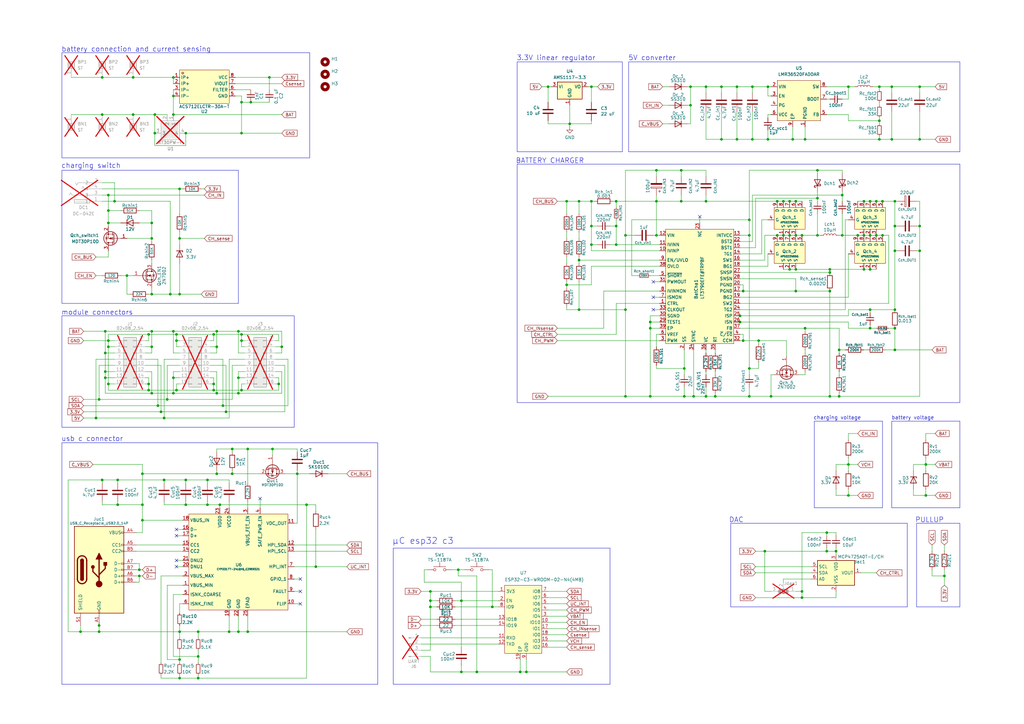
<source format=kicad_sch>
(kicad_sch (version 20231120) (generator "eeschema") (generator_version "8.0")
  (paper "A3")
  (lib_symbols
    (symbol "APG022N06G:APG022N06G"
      (property "Reference" "Q" (at 0 0.508 0))
      (property "Value" "APG022N06G" (at 0.254 -8.89 0))
      (symbol "APG022N06G_0_1"
        (pin unspecified line (at -2.54 -6.35 90) (length 2.54) (name "S") (number "1"))
        (pin unspecified line (at 0 -6.35 90) (length 2.54) (name "S") (number "2"))
        (pin unspecified line (at 2.54 -6.35 90) (length 2.54) (name "S") (number "3"))
        (pin unspecified line (at -8.89 0 0) (length 2.54) (name "G") (number "4"))
        (pin unspecified line (at 5.08 7.62 270) (length 2.54) (name "D") (number "5"))
        (pin unspecified line (at 2.54 7.62 270) (length 2.54) (name "D") (number "6"))
        (pin unspecified line (at 0 7.62 270) (length 2.54) (name "D") (number "7"))
        (pin unspecified line (at -2.54 7.62 270) (length 2.54) (name "D") (number "8"))
        (pin unspecified line (at -5.08 7.62 270) (length 2.54) (name "D") (number "9"))
      )
    )
    (symbol "Analog_DAC:MCP4725xxx-xCH"
      (property "Reference" "U" (at -6.35 6.35 0))
      (property "Value" "MCP4725xxx-xCH" (at 8.89 6.35 0))
      (symbol "MCP4725xxx-xCH_1_1"
        (pin output line (at 10.16 0 180) (length 2.54) (name "VOUT") (number "1"))
        (pin power_in line (at 0 -7.62 90) (length 2.54) (name "VSS") (number "2"))
        (pin power_in line (at 0 7.62 270) (length 2.54) (name "VDD") (number "3"))
        (pin bidirectional line (at -10.16 0 0) (length 2.54) (name "SDA") (number "4"))
        (pin input line (at -10.16 2.54 0) (length 2.54) (name "SCL") (number "5"))
        (pin input line (at -10.16 -2.54 0) (length 2.54) (name "A0") (number "6"))
      )
    )
    (symbol "CYPD3177:CYPD3177-24LQXQ_C2959321"
      (property "Reference" "U" (at 0 0.508 0))
      (property "Value" "CYPD3177-24LQXQ_C2959321" (at -0.508 -30.988 0))
      (symbol "CYPD3177-24LQXQ_C2959321_0_1"
        (pin unspecified line (at -22.86 -7.62 0) (length 2.54) (name "VBUS_MIN") (number "1"))
        (pin unspecified line (at 22.86 -15.24 180) (length 2.54) (name "FLIP") (number "10"))
        (pin unspecified line (at 22.86 17.78 180) (length 2.54) (name "VDC_OUT") (number "11"))
        (pin unspecified line (at 22.86 8.89 180) (length 2.54) (name "HPI_SDA") (number "12"))
        (pin unspecified line (at 22.86 6.35 180) (length 2.54) (name "HPI_SCL") (number "13"))
        (pin unspecified line (at -22.86 6.35 0) (length 2.54) (name "CC2") (number "14"))
        (pin unspecified line (at -22.86 8.89 0) (length 2.54) (name "CC1") (number "15"))
        (pin unspecified line (at -22.86 15.24 0) (length 2.54) (name "D-") (number "16"))
        (pin unspecified line (at -22.86 12.7 0) (length 2.54) (name "D+") (number "17"))
        (pin unspecified line (at -22.86 19.05 0) (length 2.54) (name "VBUS_IN") (number "18"))
        (pin unspecified line (at -3.81 -20.32 90) (length 2.54) (name "GND") (number "19"))
        (pin unspecified line (at -22.86 -3.81 0) (length 2.54) (name "VBUS_MAX") (number "2"))
        (pin unspecified line (at -22.86 0 0) (length 2.54) (name "DNU1") (number "20"))
        (pin unspecified line (at -22.86 2.54 0) (length 2.54) (name "DNU2") (number "21"))
        (pin unspecified line (at 0 -20.32 90) (length 2.54) (name "GND") (number "22"))
        (pin unspecified line (at -7.62 24.13 270) (length 2.54) (name "VDDD") (number "23"))
        (pin unspecified line (at -3.81 24.13 270) (length 2.54) (name "VCCD") (number "24"))
        (pin unspecified line (at 3.81 -20.32 90) (length 2.54) (name "EPAD") (number "25"))
        (pin unspecified line (at 3.81 24.13 270) (length 2.54) (name "VBUS_FET_EN") (number "3"))
        (pin unspecified line (at 8.89 24.13 270) (length 2.54) (name "SAFE_PWR_EN") (number "4"))
        (pin unspecified line (at -22.86 -11.43 0) (length 2.54) (name "ISNK_COARSE") (number "5"))
        (pin unspecified line (at -22.86 -15.24 0) (length 2.54) (name "ISNK_FINE") (number "6"))
        (pin unspecified line (at 22.86 0 180) (length 2.54) (name "HPI_INT") (number "7"))
        (pin unspecified line (at 22.86 -5.08 180) (length 2.54) (name "GPIO_1") (number "8"))
        (pin unspecified line (at 22.86 -10.16 180) (length 2.54) (name "FAULT") (number "9"))
      )
    )
    (symbol "Connector:Conn_01x04_Pin" (pin_names (offset 1.016) hide)
      (property "Reference" "J" (at 0 5.08 0))
      (property "Value" "Conn_01x04_Pin" (at 0 -7.62 0))
      (symbol "Conn_01x04_Pin_1_1"
        (pin passive line (at 5.08 2.54 180) (length 3.81) (name "Pin_1") (number "1"))
        (pin passive line (at 5.08 0 180) (length 3.81) (name "Pin_2") (number "2"))
        (pin passive line (at 5.08 -2.54 180) (length 3.81) (name "Pin_3") (number "3"))
        (pin passive line (at 5.08 -5.08 180) (length 3.81) (name "Pin_4") (number "4"))
      )
    )
    (symbol "Connector:Screw_Terminal_01x01" (pin_names (offset 1.016) hide)
      (property "Reference" "J" (at 0 2.54 0))
      (property "Value" "Screw_Terminal_01x01" (at 0 -2.54 0))
      (symbol "Screw_Terminal_01x01_1_1"
        (pin passive line (at -5.08 0 0) (length 3.81) (name "Pin_1") (number "1"))
      )
    )
    (symbol "Connector:USB_C_Receptacle_USB2.0_14P" (pin_names (offset 1.016))
      (property "Reference" "J" (at 0 22.225 0))
      (property "Value" "USB_C_Receptacle_USB2.0_14P" (at 0 19.685 0))
      (symbol "USB_C_Receptacle_USB2.0_14P_1_1"
        (pin passive line (at 0 -22.86 90) (length 5.08) (name "GND") (number "A1"))
        (pin passive line (at 0 -22.86 90) (length 5.08) hide (name "GND") (number "A12"))
        (pin passive line (at 15.24 15.24 180) (length 5.08) (name "VBUS") (number "A4"))
        (pin bidirectional line (at 15.24 10.16 180) (length 5.08) (name "CC1") (number "A5"))
        (pin bidirectional line (at 15.24 -2.54 180) (length 5.08) (name "D+") (number "A6"))
        (pin bidirectional line (at 15.24 2.54 180) (length 5.08) (name "D-") (number "A7"))
        (pin passive line (at 15.24 15.24 180) (length 5.08) hide (name "VBUS") (number "A9"))
        (pin passive line (at 0 -22.86 90) (length 5.08) hide (name "GND") (number "B1"))
        (pin passive line (at 0 -22.86 90) (length 5.08) hide (name "GND") (number "B12"))
        (pin passive line (at 15.24 15.24 180) (length 5.08) hide (name "VBUS") (number "B4"))
        (pin bidirectional line (at 15.24 7.62 180) (length 5.08) (name "CC2") (number "B5"))
        (pin bidirectional line (at 15.24 -5.08 180) (length 5.08) (name "D+") (number "B6"))
        (pin bidirectional line (at 15.24 0 180) (length 5.08) (name "D-") (number "B7"))
        (pin passive line (at 15.24 15.24 180) (length 5.08) hide (name "VBUS") (number "B9"))
        (pin passive line (at -7.62 -22.86 90) (length 5.08) (name "SHIELD") (number "S1"))
      )
    )
    (symbol "Connector_Generic:Conn_02x08_Odd_Even" (pin_names (offset 1.016) hide)
      (property "Reference" "J" (at 1.27 10.16 0))
      (property "Value" "Conn_02x08_Odd_Even" (at 1.27 -12.7 0))
      (symbol "Conn_02x08_Odd_Even_1_1"
        (pin passive line (at -5.08 7.62 0) (length 3.81) (name "Pin_1") (number "1"))
        (pin passive line (at 7.62 -2.54 180) (length 3.81) (name "Pin_10") (number "10"))
        (pin passive line (at -5.08 -5.08 0) (length 3.81) (name "Pin_11") (number "11"))
        (pin passive line (at 7.62 -5.08 180) (length 3.81) (name "Pin_12") (number "12"))
        (pin passive line (at -5.08 -7.62 0) (length 3.81) (name "Pin_13") (number "13"))
        (pin passive line (at 7.62 -7.62 180) (length 3.81) (name "Pin_14") (number "14"))
        (pin passive line (at -5.08 -10.16 0) (length 3.81) (name "Pin_15") (number "15"))
        (pin passive line (at 7.62 -10.16 180) (length 3.81) (name "Pin_16") (number "16"))
        (pin passive line (at 7.62 7.62 180) (length 3.81) (name "Pin_2") (number "2"))
        (pin passive line (at -5.08 5.08 0) (length 3.81) (name "Pin_3") (number "3"))
        (pin passive line (at 7.62 5.08 180) (length 3.81) (name "Pin_4") (number "4"))
        (pin passive line (at -5.08 2.54 0) (length 3.81) (name "Pin_5") (number "5"))
        (pin passive line (at 7.62 2.54 180) (length 3.81) (name "Pin_6") (number "6"))
        (pin passive line (at -5.08 0 0) (length 3.81) (name "Pin_7") (number "7"))
        (pin passive line (at 7.62 0 180) (length 3.81) (name "Pin_8") (number "8"))
        (pin passive line (at -5.08 -2.54 0) (length 3.81) (name "Pin_9") (number "9"))
      )
    )
    (symbol "DC-042E:DC-042E"
      (property "Reference" "DC" (at 0 10.16 0))
      (property "Value" "DC-042E" (at 0 -7.62 0))
      (symbol "DC-042E_0_1"
        (pin unspecified line (at 7.62 -2.54 180) (length 5.08) (name "1") (number "1"))
        (pin unspecified line (at 7.62 5.08 180) (length 5.08) (name "2") (number "2"))
        (pin unspecified line (at 7.62 0 180) (length 5.08) (name "3") (number "3"))
        (pin unspecified line (at 7.62 2.54 180) (length 5.08) (name "4") (number "4"))
      )
    )
    (symbol "Device:C" (pin_numbers hide) (pin_names (offset 0.254))
      (property "Reference" "C" (at 0.635 2.54 0))
      (property "Value" "C" (at 0.635 -2.54 0))
      (symbol "C_1_1"
        (pin passive line (at 0 3.81 270) (length 2.794) (name "~") (number "1"))
        (pin passive line (at 0 -3.81 90) (length 2.794) (name "~") (number "2"))
      )
    )
    (symbol "Device:C_Polarized" (pin_numbers hide) (pin_names (offset 0.254))
      (property "Reference" "C" (at 0.635 2.54 0))
      (property "Value" "C_Polarized" (at 0.635 -2.54 0))
      (symbol "C_Polarized_1_1"
        (pin passive line (at 0 3.81 270) (length 2.794) (name "~") (number "1"))
        (pin passive line (at 0 -3.81 90) (length 2.794) (name "~") (number "2"))
      )
    )
    (symbol "Device:C_Small" (pin_numbers hide) (pin_names (offset 0.254) hide)
      (property "Reference" "C" (at 0.254 1.778 0))
      (property "Value" "C_Small" (at 0.254 -2.032 0))
      (symbol "C_Small_1_1"
        (pin passive line (at 0 2.54 270) (length 2.032) (name "~") (number "1"))
        (pin passive line (at 0 -2.54 90) (length 2.032) (name "~") (number "2"))
      )
    )
    (symbol "Device:D" (pin_numbers hide) (pin_names (offset 1.016) hide)
      (property "Reference" "D" (at 0 2.54 0))
      (property "Value" "D" (at 0 -2.54 0))
      (symbol "D_1_1"
        (pin passive line (at -3.81 0 0) (length 2.54) (name "K") (number "1"))
        (pin passive line (at 3.81 0 180) (length 2.54) (name "A") (number "2"))
      )
    )
    (symbol "Device:D_Schottky" (pin_numbers hide) (pin_names (offset 1.016) hide)
      (property "Reference" "D" (at 0 2.54 0))
      (property "Value" "D_Schottky" (at 0 -2.54 0))
      (symbol "D_Schottky_1_1"
        (pin passive line (at -3.81 0 0) (length 2.54) (name "K") (number "1"))
        (pin passive line (at 3.81 0 180) (length 2.54) (name "A") (number "2"))
      )
    )
    (symbol "Device:D_Zener" (pin_numbers hide) (pin_names (offset 1.016) hide)
      (property "Reference" "D" (at 0 2.54 0))
      (property "Value" "D_Zener" (at 0 -2.54 0))
      (symbol "D_Zener_1_1"
        (pin passive line (at -3.81 0 0) (length 2.54) (name "K") (number "1"))
        (pin passive line (at 3.81 0 180) (length 2.54) (name "A") (number "2"))
      )
    )
    (symbol "Device:L" (pin_numbers hide) (pin_names (offset 1.016) hide)
      (property "Reference" "L" (at -1.27 0 90))
      (property "Value" "L" (at 1.905 0 90))
      (symbol "L_1_1"
        (pin passive line (at 0 3.81 270) (length 1.27) (name "1") (number "1"))
        (pin passive line (at 0 -3.81 90) (length 1.27) (name "2") (number "2"))
      )
    )
    (symbol "Device:Q_NMOS_GSD" (pin_names (offset 0) hide)
      (property "Reference" "Q" (at 5.08 1.27 0))
      (property "Value" "Q_NMOS_GSD" (at 5.08 -1.27 0))
      (symbol "Q_NMOS_GSD_1_1"
        (pin input line (at -5.08 0 0) (length 2.54) (name "G") (number "1"))
        (pin passive line (at 2.54 -5.08 90) (length 2.54) (name "S") (number "2"))
        (pin passive line (at 2.54 5.08 270) (length 2.54) (name "D") (number "3"))
      )
    )
    (symbol "Device:Q_PMOS_GSD" (pin_names (offset 0) hide)
      (property "Reference" "Q" (at 5.08 1.27 0))
      (property "Value" "Q_PMOS_GSD" (at 5.08 -1.27 0))
      (symbol "Q_PMOS_GSD_1_1"
        (pin input line (at -5.08 0 0) (length 2.54) (name "G") (number "1"))
        (pin passive line (at 2.54 -5.08 90) (length 2.54) (name "S") (number "2"))
        (pin passive line (at 2.54 5.08 270) (length 2.54) (name "D") (number "3"))
      )
    )
    (symbol "Device:R" (pin_numbers hide) (pin_names (offset 0))
      (property "Reference" "R" (at 2.032 0 90))
      (property "Value" "R" (at 0 0 90))
      (symbol "R_1_1"
        (pin passive line (at 0 3.81 270) (length 1.27) (name "~") (number "1"))
        (pin passive line (at 0 -3.81 90) (length 1.27) (name "~") (number "2"))
      )
    )
    (symbol "Device:R_Small" (pin_numbers hide) (pin_names (offset 0.254) hide)
      (property "Reference" "R" (at 0.762 0.508 0))
      (property "Value" "R_Small" (at 0.762 -1.016 0))
      (symbol "R_Small_1_1"
        (pin passive line (at 0 2.54 270) (length 0.762) (name "~") (number "1"))
        (pin passive line (at 0 -2.54 90) (length 0.762) (name "~") (number "2"))
      )
    )
    (symbol "ESP32-C3-WROOM-02-N4:ESP32-C3-WROOM-02-N4(4MB)"
      (property "Reference" "U" (at 0 16.51 0))
      (property "Value" "ESP32-C3-WROOM-02-N4(4MB)" (at 0.508 18.542 0))
      (symbol "ESP32-C3-WROOM-02-N4(4MB)_0_1"
        (pin unspecified line (at -10.16 11.43 0) (length 2.54) (name "3V3") (number "1"))
        (pin unspecified line (at 10.16 -1.27 180) (length 2.54) (name "IO10") (number "10"))
        (pin unspecified line (at -10.16 -7.62 0) (length 2.54) (name "RXD") (number "11"))
        (pin unspecified line (at -10.16 -10.16 0) (length 2.54) (name "TXD") (number "12"))
        (pin unspecified line (at -10.16 0 0) (length 2.54) (name "IO18") (number "13"))
        (pin unspecified line (at -10.16 -2.54 0) (length 2.54) (name "IO19") (number "14"))
        (pin unspecified line (at 10.16 -8.89 180) (length 2.54) (name "IO3") (number "15"))
        (pin unspecified line (at 10.16 -11.43 180) (length 2.54) (name "IO2") (number "16"))
        (pin unspecified line (at 10.16 -3.81 180) (length 2.54) (name "IO1") (number "17"))
        (pin unspecified line (at 10.16 -6.35 180) (length 2.54) (name "IO0") (number "18"))
        (pin unspecified line (at -1.27 -16.51 90) (length 2.54) (name "EP") (number "19"))
        (pin unspecified line (at -10.16 7.62 0) (length 2.54) (name "EN") (number "2"))
        (pin unspecified line (at 10.16 1.27 180) (length 2.54) (name "IO4") (number "3"))
        (pin unspecified line (at 10.16 3.81 180) (length 2.54) (name "IO5") (number "4"))
        (pin unspecified line (at 10.16 6.35 180) (length 2.54) (name "IO6") (number "5"))
        (pin unspecified line (at 10.16 8.89 180) (length 2.54) (name "IO7") (number "6"))
        (pin unspecified line (at 10.16 11.43 180) (length 2.54) (name "IO8") (number "7"))
        (pin unspecified line (at -10.16 5.08 0) (length 2.54) (name "IO9") (number "8"))
        (pin unspecified line (at 1.27 -16.51 90) (length 2.54) (name "GND") (number "9"))
      )
    )
    (symbol "Jumper:SolderJumper_3_Open" (pin_names (offset 0) hide) (exclude_from_sim yes) (in_bom no)
      (property "Reference" "JP" (at -2.54 -2.54 0))
      (property "Value" "SolderJumper_3_Open" (at 0 2.794 0))
      (symbol "SolderJumper_3_Open_1_1"
        (pin passive line (at -5.08 0 0) (length 2.54) (name "A") (number "1"))
        (pin passive line (at 0 -3.81 90) (length 2.54) (name "C") (number "2"))
        (pin passive line (at 5.08 0 180) (length 2.54) (name "B") (number "3"))
      )
    )
    (symbol "LMR36520FADDAR:LMR36520FADDAR"
      (property "Reference" "U" (at 0 4.572 0))
      (property "Value" "LMR36520FADDAR" (at 0 10.16 0))
      (symbol "LMR36520FADDAR_0_1"
        (pin unspecified line (at 2.54 -10.16 90) (length 2.54) (name "PGND") (number "1"))
        (pin unspecified line (at -11.43 6.35 0) (length 2.54) (name "VIN") (number "2"))
        (pin unspecified line (at -11.43 2.54 0) (length 2.54) (name "EN") (number "3"))
        (pin unspecified line (at -11.43 -1.27 0) (length 2.54) (name "PG") (number "4"))
        (pin unspecified line (at 11.43 -5.08 180) (length 2.54) (name "FB") (number "5"))
        (pin unspecified line (at -11.43 -5.08 0) (length 2.54) (name "VCC") (number "6"))
        (pin unspecified line (at 11.43 1.27 180) (length 2.54) (name "BOOT") (number "7"))
        (pin unspecified line (at 11.43 6.35 180) (length 2.54) (name "SW") (number "8"))
        (pin unspecified line (at -2.54 -10.16 90) (length 2.54) (name "EP") (number "9"))
      )
    )
    (symbol "Mechanical:MountingHole" (pin_names (offset 1.016)) (exclude_from_sim yes) (in_bom no)
      (property "Reference" "H" (at 0 5.08 0))
      (property "Value" "MountingHole" (at 0 3.175 0))
    )
    (symbol "Regulator_Linear:AMS1117-3.3"
      (property "Reference" "U" (at -3.81 3.175 0))
      (property "Value" "AMS1117-3.3" (at 0 3.175 0))
      (symbol "AMS1117-3.3_1_1"
        (pin power_in line (at 0 -7.62 90) (length 2.54) (name "GND") (number "1"))
        (pin power_out line (at 7.62 0 180) (length 2.54) (name "VO") (number "2"))
        (pin power_in line (at -7.62 0 0) (length 2.54) (name "VI") (number "3"))
      )
    )
    (symbol "Switch:SW_Push" (pin_numbers hide) (pin_names (offset 1.016) hide)
      (property "Reference" "SW" (at 1.27 2.54 0))
      (property "Value" "SW_Push" (at 0 -1.524 0))
      (symbol "SW_Push_0_1"
        (pin passive line (at -5.08 0 0) (length 2.54) (name "1") (number "1"))
        (pin passive line (at 5.08 0 180) (length 2.54) (name "2") (number "2"))
      )
    )
    (symbol "buck-boost:LT3790EFE#TRPBF"
      (property "Reference" "U" (at 0 30.48 0))
      (property "Value" "LT3790EFE#TRPBF" (at 0.254 31.496 0))
      (symbol "LT3790EFE#TRPBF_0_1"
        (pin unspecified line (at -16.51 -11.43 0) (length 2.54) (name "CTRL") (number "1"))
        (pin unspecified line (at -16.51 10.16 0) (length 2.54) (name "IVINP") (number "10"))
        (pin unspecified line (at -16.51 12.7 0) (length 2.54) (name "IVINN") (number "11"))
        (pin unspecified line (at -16.51 16.51 0) (length 2.54) (name "VIN") (number "12"))
        (pin unspecified line (at 16.51 16.51 180) (length 2.54) (name "INTVCC") (number "13"))
        (pin unspecified line (at 16.51 8.89 180) (length 2.54) (name "TG1") (number "14"))
        (pin unspecified line (at 16.51 11.43 180) (length 2.54) (name "BST1") (number "15"))
        (pin unspecified line (at 16.51 6.35 180) (length 2.54) (name "SW1") (number "16"))
        (pin unspecified line (at 16.51 -6.35 180) (length 2.54) (name "PGND") (number "17"))
        (pin unspecified line (at 16.51 3.81 180) (length 2.54) (name "BG1") (number "18"))
        (pin unspecified line (at 16.51 -8.89 180) (length 2.54) (name "BG2") (number "19"))
        (pin unspecified line (at -6.35 -30.48 90) (length 2.54) (name "SS") (number "2"))
        (pin unspecified line (at 16.51 -3.81 180) (length 2.54) (name "PGND") (number "20"))
        (pin unspecified line (at 16.51 -11.43 180) (length 2.54) (name "SW2") (number "21"))
        (pin unspecified line (at 16.51 13.97 180) (length 2.54) (name "BST2") (number "22"))
        (pin unspecified line (at 0 21.59 270) (length 2.54) (name "NC") (number "23"))
        (pin unspecified line (at 16.51 -13.97 180) (length 2.54) (name "TG2") (number "24"))
        (pin unspecified line (at 16.51 -16.51 180) (length 2.54) (name "ISP") (number "25"))
        (pin unspecified line (at 16.51 -19.05 180) (length 2.54) (name "ISN") (number "26"))
        (pin unspecified line (at 16.51 1.27 180) (length 2.54) (name "SNSP") (number "27"))
        (pin unspecified line (at 16.51 -1.27 180) (length 2.54) (name "SNSN") (number "28"))
        (pin unspecified line (at -16.51 -19.05 0) (length 2.54) (name "TEST1") (number "29"))
        (pin unspecified line (at -16.51 -26.67 0) (length 2.54) (name "PWM") (number "3"))
        (pin unspecified line (at -16.51 -16.51 0) (length 2.54) (name "SGND") (number "30"))
        (pin unspecified line (at -16.51 -2.54 0) (length 2.54) (name "PWMOUT") (number "31"))
        (pin unspecified line (at 16.51 -26.67 180) (length 2.54) (name "CCM") (number "32"))
        (pin unspecified line (at -16.51 -13.97 0) (length 2.54) (name "CLKOUT") (number "33"))
        (pin unspecified line (at -2.54 -30.48 90) (length 2.54) (name "SYNC") (number "34"))
        (pin unspecified line (at 6.35 -30.48 90) (length 2.54) (name "RT") (number "35"))
        (pin unspecified line (at 2.54 -30.48 90) (length 2.54) (name "VC") (number "36"))
        (pin unspecified line (at 16.51 -21.59 180) (length 2.54) (name "FB") (number "37"))
        (pin unspecified line (at -16.51 3.81 0) (length 2.54) (name "OVLO") (number "38"))
        (pin unspecified line (at -16.51 -21.59 0) (length 2.54) (name "EP") (number "39"))
        (pin unspecified line (at 16.51 -24.13 180) (length 2.54) (name "~{C}/~{10}") (number "4"))
        (pin unspecified line (at -16.51 0 0) (length 2.54) (name "~{SHORT}") (number "5"))
        (pin unspecified line (at -16.51 -24.13 0) (length 2.54) (name "VREF") (number "6"))
        (pin unspecified line (at -16.51 -8.89 0) (length 2.54) (name "ISMON") (number "7"))
        (pin unspecified line (at -16.51 -6.35 0) (length 2.54) (name "IVINMON") (number "8"))
        (pin unspecified line (at -16.51 6.35 0) (length 2.54) (name "EN/UVLO") (number "9"))
      )
    )
    (symbol "easyeda2kicad:ACS712ELCTR-30A-T"
      (property "Reference" "U" (at 0 8.89 0))
      (property "Value" "ACS712ELCTR-30A-T" (at 0 -8.89 0))
      (symbol "ACS712ELCTR-30A-T_0_1"
        (pin unspecified line (at -12.7 3.81 0) (length 2.54) (name "IP+") (number "1"))
        (pin unspecified line (at -12.7 1.27 0) (length 2.54) (name "IP+") (number "2"))
        (pin unspecified line (at -12.7 -1.27 0) (length 2.54) (name "IP-") (number "3"))
        (pin unspecified line (at -12.7 -3.81 0) (length 2.54) (name "IP-") (number "4"))
        (pin unspecified line (at 12.7 -3.81 180) (length 2.54) (name "GND") (number "5"))
        (pin unspecified line (at 12.7 -1.27 180) (length 2.54) (name "FILTER") (number "6"))
        (pin unspecified line (at 12.7 1.27 180) (length 2.54) (name "VIOUT") (number "7"))
        (pin unspecified line (at 12.7 3.81 180) (length 2.54) (name "VCC") (number "8"))
      )
    )
    (symbol "easyeda2kicad:XT30PW-F"
      (property "Reference" "U" (at 0 11.43 0))
      (property "Value" "XT30PW-F" (at 0 -11.43 0))
      (symbol "XT30PW-F_0_1"
        (pin unspecified line (at -5.08 1.27 0) (length 2.54) (name "1") (number "1"))
        (pin unspecified line (at -5.08 -1.27 0) (length 2.54) (name "2") (number "2"))
        (pin unspecified line (at 2.54 -6.35 90) (length 2.54) (name "3") (number "3"))
        (pin unspecified line (at 2.54 6.35 270) (length 2.54) (name "4") (number "4"))
      )
    )
    (symbol "power:GND" (power) (pin_numbers hide) (pin_names (offset 0) hide)
      (property "Value" "GND" (at 0 -3.81 0))
      (symbol "GND_1_1"
        (pin power_in line (at 0 0 270) (length 0) (name "~") (number "1"))
      )
    )
  )
  (junction (at 328.93 96.52))
  (junction (at 252.73 82.55))
  (junction (at 44.45 139.7))
  (junction (at 58.42 213.36))
  (junction (at 379.73 190.5))
  (junction (at 284.48 162.56))
  (junction (at 354.33 82.55))
  (junction (at 62.23 97.79))
  (junction (at 347.98 203.2))
  (junction (at 280.67 162.56))
  (junction (at 232.41 116.84))
  (junction (at 361.95 96.52))
  (junction (at 64.77 166.37))
  (junction (at 43.18 135.89))
  (junction (at 88.9 194.31))
  (junction (at 69.85 120.65))
  (junction (at 224.79 35.56))
  (junction (at 99.06 41.91))
  (junction (at 307.34 90.17))
  (junction (at 340.36 162.56))
  (junction (at 387.35 236.22))
  (junction (at 176.53 242.57))
  (junction (at 280.67 151.13))
  (junction (at 187.96 233.68))
  (junction (at 62.23 161.29))
  (junction (at 76.2 196.85))
  (junction (at 99.06 139.7))
  (junction (at 63.5 46.99))
  (junction (at 266.7 132.08))
  (junction (at 125.73 207.01))
  (junction (at 295.91 35.56))
  (junction (at 256.54 127))
  (junction (at 345.44 96.52))
  (junction (at 189.23 246.38))
  (junction (at 361.95 82.55))
  (junction (at 60.96 160.02))
  (junction (at 52.07 113.03))
  (junction (at 93.98 259.08))
  (junction (at 367.03 127))
  (junction (at 62.23 135.89))
  (junction (at 242.57 35.56))
  (junction (at 237.49 82.55))
  (junction (at 91.44 166.37))
  (junction (at 176.53 248.92))
  (junction (at 242.57 82.55))
  (junction (at 314.96 57.15))
  (junction (at 340.36 110.49))
  (junction (at 71.12 31.75))
  (junction (at 377.19 57.15))
  (junction (at 316.23 162.56))
  (junction (at 365.76 35.56))
  (junction (at 48.26 207.01))
  (junction (at 114.3 157.48))
  (junction (at 367.03 134.62))
  (junction (at 40.64 259.08))
  (junction (at 41.91 196.85))
  (junction (at 377.19 102.87))
  (junction (at 269.24 96.52))
  (junction (at 73.66 120.65))
  (junction (at 71.12 39.37))
  (junction (at 289.56 82.55))
  (junction (at 377.19 35.56))
  (junction (at 356.87 134.62))
  (junction (at 328.93 245.11))
  (junction (at 339.09 218.44))
  (junction (at 88.9 161.29))
  (junction (at 213.36 275.59))
  (junction (at 97.79 135.89))
  (junction (at 99.06 137.16))
  (junction (at 58.42 207.01))
  (junction (at 97.79 161.29))
  (junction (at 101.6 259.08))
  (junction (at 233.68 50.8))
  (junction (at 73.66 97.79))
  (junction (at 318.77 96.52))
  (junction (at 283.21 43.18))
  (junction (at 351.79 96.52))
  (junction (at 73.66 259.08))
  (junction (at 87.63 157.48))
  (junction (at 360.68 57.15))
  (junction (at 115.57 142.24))
  (junction (at 62.23 142.24))
  (junction (at 347.98 190.5))
  (junction (at 289.56 35.56))
  (junction (at 102.87 41.91))
  (junction (at 85.09 196.85))
  (junction (at 92.71 168.91))
  (junction (at 63.5 54.61))
  (junction (at 43.18 152.4))
  (junction (at 66.04 168.91))
  (junction (at 97.79 154.94))
  (junction (at 323.85 110.49))
  (junction (at 237.49 127))
  (junction (at 88.9 142.24))
  (junction (at 266.7 162.56))
  (junction (at 340.36 111.76))
  (junction (at 323.85 96.52))
  (junction (at 67.31 196.85))
  (junction (at 46.99 82.55))
  (junction (at 48.26 196.85))
  (junction (at 339.09 226.06))
  (junction (at 71.12 135.89))
  (junction (at 81.28 269.24))
  (junction (at 95.25 184.15))
  (junction (at 356.87 110.49))
  (junction (at 266.7 134.62))
  (junction (at 269.24 69.85))
  (junction (at 326.39 119.38))
  (junction (at 60.96 137.16))
  (junction (at 54.61 31.75))
  (junction (at 44.45 91.44))
  (junction (at 335.28 81.28))
  (junction (at 356.87 96.52))
  (junction (at 201.93 248.92))
  (junction (at 326.39 96.52))
  (junction (at 44.45 86.36))
  (junction (at 58.42 194.31))
  (junction (at 256.54 162.56))
  (junction (at 39.37 171.45))
  (junction (at 347.98 35.56))
  (junction (at 359.41 82.55))
  (junction (at 323.85 82.55))
  (junction (at 62.23 91.44))
  (junction (at 97.79 259.08))
  (junction (at 345.44 80.01))
  (junction (at 379.73 203.2))
  (junction (at 279.4 69.85))
  (junction (at 215.9 275.59))
  (junction (at 43.18 144.78))
  (junction (at 95.25 194.31))
  (junction (at 293.37 162.56))
  (junction (at 307.34 162.56))
  (junction (at 71.12 154.94))
  (junction (at 44.45 142.24))
  (junction (at 73.66 77.47))
  (junction (at 87.63 137.16))
  (junction (at 326.39 110.49))
  (junction (at 81.28 278.13))
  (junction (at 72.39 160.02))
  (junction (at 176.53 246.38))
  (junction (at 321.31 96.52))
  (junction (at 57.15 236.22))
  (junction (at 307.34 96.52))
  (junction (at 313.69 226.06))
  (junction (at 356.87 127))
  (junction (at 360.68 49.53))
  (junction (at 101.6 184.15))
  (junction (at 87.63 160.02))
  (junction (at 335.28 96.52))
  (junction (at 41.91 46.99))
  (junction (at 40.64 256.54))
  (junction (at 242.57 92.71))
  (junction (at 237.49 106.68))
  (junction (at 72.39 137.16))
  (junction (at 111.76 184.15))
  (junction (at 304.8 119.38))
  (junction (at 110.49 31.75))
  (junction (at 99.06 54.61))
  (junction (at 365.76 57.15))
  (junction (at 321.31 82.55))
  (junction (at 57.15 233.68))
  (junction (at 335.28 69.85))
  (junction (at 232.41 82.55))
  (junction (at 344.17 162.56))
  (junction (at 359.41 96.52))
  (junction (at 342.9 226.06))
  (junction (at 360.68 35.56))
  (junction (at 189.23 275.59))
  (junction (at 377.19 92.71))
  (junction (at 73.66 270.51))
  (junction (at 314.96 35.56))
  (junction (at 340.36 119.38))
  (junction (at 302.26 57.15))
  (junction (at 121.92 194.31))
  (junction (at 367.03 82.55))
  (junction (at 303.53 129.54))
  (junction (at 242.57 100.33))
  (junction (at 67.31 171.45))
  (junction (at 71.12 161.29))
  (junction (at 40.64 163.83))
  (junction (at 43.18 154.94))
  (junction (at 72.39 139.7))
  (junction (at 308.61 35.56))
  (junction (at 304.8 139.7))
  (junction (at 99.06 160.02))
  (junction (at 60.96 157.48))
  (junction (at 308.61 57.15))
  (junction (at 44.45 157.48))
  (junction (at 71.12 46.99))
  (junction (at 354.33 96.52))
  (junction (at 85.09 207.01))
  (junction (at 330.2 134.62))
  (junction (at 354.33 110.49))
  (junction (at 44.45 80.01))
  (junction (at 356.87 82.55))
  (junction (at 33.02 259.08))
  (junction (at 129.54 232.41))
  (junction (at 81.28 259.08))
  (junction (at 62.23 120.65))
  (junction (at 295.91 57.15))
  (junction (at 90.17 207.01))
  (junction (at 54.61 46.99))
  (junction (at 195.58 275.59))
  (junction (at 252.73 92.71))
  (junction (at 252.73 100.33))
  (junction (at 302.26 35.56))
  (junction (at 68.58 163.83))
  (junction (at 279.4 82.55))
  (junction (at 367.03 143.51))
  (junction (at 330.2 57.15))
  (junction (at 41.91 31.75))
  (junction (at 318.77 82.55))
  (junction (at 256.54 96.52))
  (junction (at 88.9 135.89))
  (junction (at 303.53 132.08))
  (junction (at 325.12 57.15))
  (junction (at 76.2 207.01))
  (junction (at 328.93 242.57))
  (junction (at 307.34 151.13))
  (junction (at 73.66 278.13))
  (junction (at 367.03 102.87))
  (junction (at 311.15 139.7))
  (junction (at 76.2 54.61))
  (junction (at 344.17 143.51))
  (junction (at 283.21 35.56))
  (junction (at 326.39 82.55))
  (junction (at 367.03 92.71))
  (junction (at 289.56 162.56))
  (junction (at 269.24 82.55))
  (no_connect (at 267.97 127))
  (no_connect (at 72.39 219.71))
  (no_connect (at 123.19 247.65))
  (no_connect (at 123.19 242.57))
  (no_connect (at 267.97 121.92))
  (no_connect (at 106.68 204.47))
  (no_connect (at 287.02 88.9))
  (no_connect (at 267.97 115.57))
  (no_connect (at 72.39 232.41))
  (no_connect (at 123.19 237.49))
  (no_connect (at 72.39 217.17))
  (no_connect (at 72.39 229.87))
  (wire (pts (xy 73.66 97.79) (xy 73.66 100.33)))
  (wire (pts (xy 354.33 82.55) (xy 356.87 82.55)))
  (wire (pts (xy 99.06 139.7) (xy 100.33 139.7)))
  (wire (pts (xy 129.54 232.41) (xy 142.24 232.41)))
  (wire (pts (xy 356.87 110.49) (xy 359.41 110.49)))
  (wire (pts (xy 115.57 161.29) (xy 115.57 152.4)))
  (wire (pts (xy 176.53 246.38) (xy 179.07 246.38)))
  (wire (pts (xy 86.36 157.48) (xy 87.63 157.48)))
  (wire (pts (xy 302.26 132.08) (xy 303.53 132.08)))
  (wire (pts (xy 44.45 142.24) (xy 44.45 139.7)))
  (wire (pts (xy 232.41 116.84) (xy 232.41 118.11)))
  (wire (pts (xy 40.64 163.83) (xy 68.58 163.83)))
  (wire (pts (xy 134.62 194.31) (xy 142.24 194.31)))
  (wire (pts (xy 95.25 194.31) (xy 106.68 194.31)))
  (wire (pts (xy 121.92 194.31) (xy 121.92 214.63)))
  (wire (pts (xy 73.66 144.78) (xy 71.12 144.78)))
  (wire (pts (xy 62.23 106.68) (xy 62.23 107.95)))
  (wire (pts (xy 172.72 269.24) (xy 176.53 269.24)))
  (wire (pts (xy 379.73 190.5) (xy 379.73 193.04)))
  (wire (pts (xy 95.25 193.04) (xy 95.25 194.31)))
  (wire (pts (xy 60.96 137.16) (xy 60.96 139.7)))
  (wire (pts (xy 224.79 250.19) (xy 232.41 250.19)))
  (wire (pts (xy 215.9 275.59) (xy 232.41 275.59)))
  (wire (pts (xy 387.35 236.22) (xy 387.35 240.03)))
  (wire (pts (xy 364.49 134.62) (xy 367.03 134.62)))
  (wire (pts (xy 316.23 153.67) (xy 317.5 153.67)))
  (wire (pts (xy 342.9 218.44) (xy 342.9 219.71)))
  (wire (pts (xy 347.98 203.2) (xy 347.98 200.66)))
  (wire (pts (xy 76.2 54.61) (xy 99.06 54.61)))
  (wire (pts (xy 224.79 41.91) (xy 224.79 35.56)))
  (wire (pts (xy 326.39 110.49) (xy 340.36 110.49)))
  (wire (pts (xy 49.53 113.03) (xy 52.07 113.03)))
  (wire (pts (xy 363.22 143.51) (xy 367.03 143.51)))
  (wire (pts (xy 242.57 116.84) (xy 242.57 109.22)))
  (wire (pts (xy 41.91 80.01) (xy 44.45 80.01)))
  (wire (pts (xy 344.17 162.56) (xy 377.19 162.56)))
  (wire (pts (xy 259.08 90.17) (xy 307.34 90.17)))
  (wire (pts (xy 307.34 96.52) (xy 303.53 96.52)))
  (wire (pts (xy 367.03 92.71) (xy 367.03 102.87)))
  (wire (pts (xy 44.45 142.24) (xy 44.45 157.48)))
  (wire (pts (xy 243.84 82.55) (xy 242.57 82.55)))
  (wire (pts (xy 48.26 205.74) (xy 48.26 207.01)))
  (wire (pts (xy 382.27 223.52) (xy 382.27 226.06)))
  (wire (pts (xy 347.98 190.5) (xy 347.98 187.96)))
  (wire (pts (xy 58.42 194.31) (xy 88.9 194.31)))
  (wire (pts (xy 354.33 143.51) (xy 355.6 143.51)))
  (wire (pts (xy 224.79 247.65) (xy 232.41 247.65)))
  (wire (pts (xy 44.45 86.36) (xy 44.45 91.44)))
  (wire (pts (xy 377.19 92.71) (xy 375.92 92.71)))
  (wire (pts (xy 377.19 92.71) (xy 377.19 102.87)))
  (wire (pts (xy 67.31 207.01) (xy 67.31 205.74)))
  (wire (pts (xy 46.99 157.48) (xy 44.45 157.48)))
  (wire (pts (xy 302.26 129.54) (xy 303.53 129.54)))
  (wire (pts (xy 74.93 247.65) (xy 73.66 247.65)))
  (wire (pts (xy 289.56 69.85) (xy 279.4 69.85)))
  (wire (pts (xy 88.9 193.04) (xy 88.9 194.31)))
  (wire (pts (xy 303.53 99.06) (xy 308.61 99.06)))
  (wire (pts (xy 360.68 57.15) (xy 365.76 57.15)))
  (wire (pts (xy 73.66 142.24) (xy 72.39 142.24)))
  (wire (pts (xy 44.45 139.7) (xy 46.99 139.7)))
  (wire (pts (xy 379.73 180.34) (xy 379.73 177.8)))
  (wire (pts (xy 60.96 160.02) (xy 72.39 160.02)))
  (wire (pts (xy 187.96 233.68) (xy 187.96 236.22)))
  (wire (pts (xy 344.17 143.51) (xy 344.17 144.78)))
  (wire (pts (xy 356.87 82.55) (xy 359.41 82.55)))
  (wire (pts (xy 186.69 256.54) (xy 204.47 256.54)))
  (wire (pts (xy 237.49 105.41) (xy 237.49 106.68)))
  (wire (pts (xy 342.9 245.11) (xy 342.9 242.57)))
  (wire (pts (xy 316.23 162.56) (xy 340.36 162.56)))
  (wire (pts (xy 54.61 46.99) (xy 63.5 46.99)))
  (wire (pts (xy 289.56 162.56) (xy 293.37 162.56)))
  (wire (pts (xy 62.23 97.79) (xy 62.23 99.06)))
  (wire (pts (xy 340.36 162.56) (xy 344.17 162.56)))
  (wire (pts (xy 97.79 144.78) (xy 97.79 135.89)))
  (wire (pts (xy 100.33 157.48) (xy 99.06 157.48)))
  (wire (pts (xy 328.93 242.57) (xy 328.93 245.11)))
  (wire (pts (xy 387.35 223.52) (xy 387.35 226.06)))
  (wire (pts (xy 302.26 57.15) (xy 308.61 57.15)))
  (wire (pts (xy 374.65 193.04) (xy 374.65 190.5)))
  (wire (pts (xy 232.41 82.55) (xy 237.49 82.55)))
  (wire (pts (xy 314.96 39.37) (xy 314.96 35.56)))
  (wire (pts (xy 295.91 35.56) (xy 302.26 35.56)))
  (wire (pts (xy 93.98 205.74) (xy 93.98 208.28)))
  (wire (pts (xy 374.65 203.2) (xy 379.73 203.2)))
  (wire (pts (xy 95.25 163.83) (xy 95.25 149.86)))
  (wire (pts (xy 293.37 162.56) (xy 307.34 162.56)))
  (wire (pts (xy 250.19 92.71) (xy 252.73 92.71)))
  (wire (pts (xy 295.91 45.72) (xy 295.91 57.15)))
  (wire (pts (xy 377.19 82.55) (xy 375.92 82.55)))
  (wire (pts (xy 88.9 135.89) (xy 97.79 135.89)))
  (wire (pts (xy 267.97 121.92) (xy 270.51 121.92)))
  (wire (pts (xy 377.19 57.15) (xy 377.19 45.72)))
  (wire (pts (xy 311.15 151.13) (xy 307.34 151.13)))
  (wire (pts (xy 224.79 265.43) (xy 232.41 265.43)))
  (wire (pts (xy 86.36 139.7) (xy 87.63 139.7)))
  (wire (pts (xy 195.58 236.22) (xy 195.58 275.59)))
  (wire (pts (xy 360.68 49.53) (xy 360.68 50.8)))
  (wire (pts (xy 186.69 246.38) (xy 189.23 246.38)))
  (wire (pts (xy 342.9 224.79) (xy 342.9 226.06)))
  (wire (pts (xy 242.57 109.22) (xy 270.51 109.22)))
  (wire (pts (xy 39.37 171.45) (xy 67.31 171.45)))
  (wire (pts (xy 96.52 34.29) (xy 115.57 34.29)))
  (wire (pts (xy 120.65 226.06) (xy 142.24 226.06)))
  (wire (pts (xy 316.23 39.37) (xy 314.96 39.37)))
  (wire (pts (xy 74.93 243.84) (xy 71.12 243.84)))
  (wire (pts (xy 339.09 219.71) (xy 339.09 218.44)))
  (wire (pts (xy 73.66 266.7) (xy 73.66 270.51)))
  (wire (pts (xy 302.26 35.56) (xy 302.26 38.1)))
  (wire (pts (xy 279.4 69.85) (xy 269.24 69.85)))
  (wire (pts (xy 280.67 151.13) (xy 280.67 153.67)))
  (wire (pts (xy 111.76 184.15) (xy 111.76 186.69)))
  (wire (pts (xy 224.79 252.73) (xy 232.41 252.73)))
  (wire (pts (xy 256.54 96.52) (xy 256.54 127)))
  (wire (pts (xy 81.28 259.08) (xy 81.28 261.62)))
  (wire (pts (xy 360.68 55.88) (xy 360.68 57.15)))
  (wire (pts (xy 224.79 35.56) (xy 226.06 35.56)))
  (wire (pts (xy 304.8 137.16) (xy 304.8 139.7)))
  (wire (pts (xy 270.51 129.54) (xy 266.7 129.54)))
  (wire (pts (xy 242.57 50.8) (xy 242.57 49.53)))
  (wire (pts (xy 347.98 121.92) (xy 347.98 104.14)))
  (wire (pts (xy 280.67 158.75) (xy 280.67 162.56)))
  (wire (pts (xy 52.07 113.03) (xy 54.61 113.03)))
  (wire (pts (xy 87.63 160.02) (xy 99.06 160.02)))
  (wire (pts (xy 81.28 276.86) (xy 81.28 278.13)))
  (wire (pts (xy 90.17 207.01) (xy 125.73 207.01)))
  (wire (pts (xy 64.77 147.32) (xy 64.77 166.37)))
  (wire (pts (xy 43.18 154.94) (xy 46.99 154.94)))
  (wire (pts (xy 41.91 46.99) (xy 54.61 46.99)))
  (wire (pts (xy 222.25 35.56) (xy 224.79 35.56)))
  (wire (pts (xy 72.39 157.48) (xy 72.39 160.02)))
  (wire (pts (xy 289.56 72.39) (xy 289.56 69.85)))
  (wire (pts (xy 321.31 82.55) (xy 323.85 82.55)))
  (wire (pts (xy 66.04 168.91) (xy 66.04 149.86)))
  (wire (pts (xy 266.7 132.08) (xy 270.51 132.08)))
  (wire (pts (xy 308.61 57.15) (xy 314.96 57.15)))
  (wire (pts (xy 270.51 137.16) (xy 269.24 137.16)))
  (wire (pts (xy 308.61 80.01) (xy 345.44 80.01)))
  (wire (pts (xy 356.87 134.62) (xy 356.87 133.35)))
  (wire (pts (xy 328.93 245.11) (xy 342.9 245.11)))
  (wire (pts (xy 284.48 162.56) (xy 280.67 162.56)))
  (wire (pts (xy 129.54 207.01) (xy 129.54 209.55)))
  (wire (pts (xy 289.56 82.55) (xy 318.77 82.55)))
  (wire (pts (xy 68.58 149.86) (xy 73.66 149.86)))
  (wire (pts (xy 73.66 120.65) (xy 82.55 120.65)))
  (wire (pts (xy 308.61 35.56) (xy 314.96 35.56)))
  (wire (pts (xy 228.6 82.55) (xy 232.41 82.55)))
  (wire (pts (xy 60.96 120.65) (xy 62.23 120.65)))
  (wire (pts (xy 308.61 35.56) (xy 308.61 38.1)))
  (wire (pts (xy 44.45 160.02) (xy 60.96 160.02)))
  (wire (pts (xy 195.58 275.59) (xy 213.36 275.59)))
  (wire (pts (xy 356.87 96.52) (xy 359.41 96.52)))
  (wire (pts (xy 85.09 207.01) (xy 85.09 205.74)))
  (wire (pts (xy 71.12 144.78) (xy 71.12 135.89)))
  (wire (pts (xy 318.77 96.52) (xy 321.31 96.52)))
  (wire (pts (xy 43.18 135.89) (xy 62.23 135.89)))
  (wire (pts (xy 289.56 35.56) (xy 295.91 35.56)))
  (wire (pts (xy 340.36 119.38) (xy 340.36 162.56)))
  (wire (pts (xy 73.66 247.65) (xy 73.66 251.46)))
  (wire (pts (xy 116.84 168.91) (xy 116.84 149.86)))
  (wire (pts (xy 62.23 152.4) (xy 62.23 161.29)))
  (wire (pts (xy 101.6 252.73) (xy 101.6 259.08)))
  (wire (pts (xy 91.44 147.32) (xy 91.44 166.37)))
  (wire (pts (xy 74.93 240.03) (xy 68.58 240.03)))
  (wire (pts (xy 73.66 259.08) (xy 81.28 259.08)))
  (wire (pts (xy 271.78 50.8) (xy 274.32 50.8)))
  (wire (pts (xy 73.66 256.54) (xy 73.66 259.08)))
  (wire (pts (xy 99.06 139.7) (xy 99.06 137.16)))
  (wire (pts (xy 252.73 82.55) (xy 269.24 82.55)))
  (wire (pts (xy 256.54 162.56) (xy 266.7 162.56)))
  (wire (pts (xy 62.23 97.79) (xy 52.07 97.79)))
  (wire (pts (xy 228.6 139.7) (xy 270.51 139.7)))
  (wire (pts (xy 330.2 153.67) (xy 330.2 152.4)))
  (wire (pts (xy 266.7 134.62) (xy 266.7 162.56)))
  (wire (pts (xy 269.24 80.01) (xy 269.24 82.55)))
  (wire (pts (xy 247.65 119.38) (xy 247.65 134.62)))
  (wire (pts (xy 237.49 115.57) (xy 237.49 127)))
  (wire (pts (xy 387.35 233.68) (xy 387.35 236.22)))
  (wire (pts (xy 330.2 135.89) (xy 330.2 134.62)))
  (wire (pts (xy 44.45 137.16) (xy 60.96 137.16)))
  (wire (pts (xy 266.7 129.54) (xy 266.7 132.08)))
  (wire (pts (xy 342.9 226.06) (xy 339.09 226.06)))
  (wire (pts (xy 289.56 152.4) (xy 289.56 153.67)))
  (wire (pts (xy 43.18 152.4) (xy 46.99 152.4)))
  (wire (pts (xy 242.57 92.71) (xy 245.11 92.71)))
  (wire (pts (xy 309.88 226.06) (xy 313.69 226.06)))
  (wire (pts (xy 339.09 226.06) (xy 339.09 224.79)))
  (wire (pts (xy 114.3 154.94) (xy 113.03 154.94)))
  (wire (pts (xy 293.37 143.51) (xy 293.37 144.78)))
  (wire (pts (xy 76.2 196.85) (xy 85.09 196.85)))
  (wire (pts (xy 266.7 132.08) (xy 266.7 134.62)))
  (wire (pts (xy 27.94 259.08) (xy 33.02 259.08)))
  (wire (pts (xy 113.03 142.24) (xy 115.57 142.24)))
  (wire (pts (xy 279.4 69.85) (xy 279.4 72.39)))
  (wire (pts (xy 365.76 57.15) (xy 377.19 57.15)))
  (wire (pts (xy 360.68 48.26) (xy 360.68 49.53)))
  (wire (pts (xy 359.41 96.52) (xy 361.95 96.52)))
  (wire (pts (xy 85.09 196.85) (xy 85.09 198.12)))
  (wire (pts (xy 365.76 45.72) (xy 365.76 57.15)))
  (wire (pts (xy 250.19 100.33) (xy 252.73 100.33)))
  (wire (pts (xy 342.9 203.2) (xy 347.98 203.2)))
  (wire (pts (xy 304.8 139.7) (xy 311.15 139.7)))
  (wire (pts (xy 314.96 109.22) (xy 303.53 109.22)))
  (wire (pts (xy 120.65 247.65) (xy 123.19 247.65)))
  (wire (pts (xy 312.42 104.14) (xy 312.42 90.17)))
  (wire (pts (xy 62.23 91.44) (xy 62.23 97.79)))
  (wire (pts (xy 29.21 31.75) (xy 41.91 31.75)))
  (wire (pts (xy 93.98 259.08) (xy 97.79 259.08)))
  (wire (pts (xy 360.68 35.56) (xy 365.76 35.56)))
  (wire (pts (xy 201.93 248.92) (xy 204.47 248.92)))
  (wire (pts (xy 308.61 45.72) (xy 308.61 57.15)))
  (wire (pts (xy 186.69 254) (xy 204.47 254)))
  (wire (pts (xy 360.68 49.53) (xy 347.98 49.53)))
  (wire (pts (xy 215.9 275.59) (xy 213.36 275.59)))
  (wire (pts (xy 58.42 218.44) (xy 58.42 213.36)))
  (wire (pts (xy 259.08 113.03) (xy 259.08 90.17)))
  (wire (pts (xy 330.2 134.62) (xy 303.53 134.62)))
  (wire (pts (xy 88.9 152.4) (xy 86.36 152.4)))
  (wire (pts (xy 93.98 252.73) (xy 93.98 259.08)))
  (wire (pts (xy 44.45 91.44) (xy 49.53 91.44)))
  (wire (pts (xy 172.72 242.57) (xy 176.53 242.57)))
  (wire (pts (xy 125.73 207.01) (xy 129.54 207.01)))
  (wire (pts (xy 81.28 269.24) (xy 81.28 271.78)))
  (wire (pts (xy 377.19 92.71) (xy 377.19 82.55)))
  (wire (pts (xy 93.98 198.12) (xy 93.98 196.85)))
  (wire (pts (xy 68.58 240.03) (xy 68.58 270.51)))
  (wire (pts (xy 303.53 121.92) (xy 347.98 121.92)))
  (wire (pts (xy 62.23 86.36) (xy 62.23 91.44)))
  (wire (pts (xy 256.54 69.85) (xy 256.54 96.52)))
  (wire (pts (xy 44.45 80.01) (xy 83.82 80.01)))
  (wire (pts (xy 67.31 198.12) (xy 67.31 196.85)))
  (wire (pts (xy 314.96 53.34) (xy 314.96 57.15)))
  (wire (pts (xy 342.9 226.06) (xy 342.9 227.33)))
  (wire (pts (xy 267.97 127) (xy 270.51 127)))
  (wire (pts (xy 55.88 223.52) (xy 74.93 223.52)))
  (wire (pts (xy 351.79 96.52) (xy 354.33 96.52)))
  (wire (pts (xy 33.02 259.08) (xy 33.02 256.54)))
  (wire (pts (xy 330.2 143.51) (xy 330.2 144.78)))
  (wire (pts (xy 40.64 259.08) (xy 33.02 259.08)))
  (wire (pts (xy 377.19 35.56) (xy 377.19 38.1)))
  (wire (pts (xy 120.65 242.57) (xy 123.19 242.57)))
  (wire (pts (xy 106.68 204.47) (xy 106.68 208.28)))
  (wire (pts (xy 176.53 246.38) (xy 176.53 248.92)))
  (wire (pts (xy 40.64 256.54) (xy 40.64 259.08)))
  (wire (pts (xy 73.66 107.95) (xy 73.66 120.65)))
  (wire (pts (xy 102.87 41.91) (xy 110.49 41.91)))
  (wire (pts (xy 57.15 233.68) (xy 58.42 233.68)))
  (wire (pts (xy 314.96 35.56) (xy 316.23 35.56)))
  (wire (pts (xy 335.28 69.85) (xy 335.28 71.12)))
  (wire (pts (xy 44.45 92.71) (xy 44.45 91.44)))
  (wire (pts (xy 81.28 278.13) (xy 73.66 278.13)))
  (wire (pts (xy 242.57 102.87) (xy 242.57 100.33)))
  (wire (pts (xy 118.11 147.32) (xy 113.03 147.32)))
  (wire (pts (xy 92.71 168.91) (xy 92.71 149.86)))
  (wire (pts (xy 233.68 50.8) (xy 242.57 50.8)))
  (wire (pts (xy 76.2 198.12) (xy 76.2 196.85)))
  (wire (pts (xy 40.64 259.08) (xy 73.66 259.08)))
  (wire (pts (xy 97.79 154.94) (xy 97.79 161.29)))
  (wire (pts (xy 267.97 115.57) (xy 270.51 115.57)))
  (wire (pts (xy 347.98 177.8) (xy 351.79 177.8)))
  (wire (pts (xy 237.49 106.68) (xy 270.51 106.68)))
  (wire (pts (xy 347.98 132.08) (xy 347.98 134.62)))
  (wire (pts (xy 72.39 142.24) (xy 72.39 139.7)))
  (wire (pts (xy 88.9 161.29) (xy 97.79 161.29)))
  (wire (pts (xy 232.41 125.73) (xy 232.41 127)))
  (wire (pts (xy 309.88 101.6) (xy 309.88 81.28)))
  (wire (pts (xy 280.67 162.56) (xy 266.7 162.56)))
  (wire (pts (xy 283.21 35.56) (xy 289.56 35.56)))
  (wire (pts (xy 68.58 163.83) (xy 68.58 149.86)))
  (wire (pts (xy 295.91 35.56) (xy 295.91 38.1)))
  (wire (pts (xy 351.79 82.55) (xy 354.33 82.55)))
  (wire (pts (xy 379.73 203.2) (xy 379.73 200.66)))
  (wire (pts (xy 74.93 236.22) (xy 66.04 236.22)))
  (wire (pts (xy 345.44 96.52) (xy 351.79 96.52)))
  (wire (pts (xy 90.17 207.01) (xy 85.09 207.01)))
  (wire (pts (xy 76.2 59.69) (xy 63.5 59.69)))
  (wire (pts (xy 316.23 153.67) (xy 316.23 162.56)))
  (wire (pts (xy 58.42 194.31) (xy 58.42 190.5)))
  (wire (pts (xy 176.53 269.24) (xy 176.53 275.59)))
  (wire (pts (xy 368.3 102.87) (xy 367.03 102.87)))
  (wire (pts (xy 99.06 54.61) (xy 115.57 54.61)))
  (wire (pts (xy 344.17 134.62) (xy 330.2 134.62)))
  (wire (pts (xy 335.28 78.74) (xy 335.28 81.28)))
  (wire (pts (xy 44.45 105.41) (xy 39.37 105.41)))
  (wire (pts (xy 72.39 139.7) (xy 73.66 139.7)))
  (wire (pts (xy 48.26 207.01) (xy 58.42 207.01)))
  (wire (pts (xy 63.5 54.61) (xy 63.5 46.99)))
  (wire (pts (xy 41.91 196.85) (xy 48.26 196.85)))
  (wire (pts (xy 71.12 31.75) (xy 71.12 34.29)))
  (wire (pts (xy 344.17 143.51) (xy 346.71 143.51)))
  (wire (pts (xy 289.56 80.01) (xy 289.56 82.55)))
  (wire (pts (xy 339.09 218.44) (xy 328.93 218.44)))
  (wire (pts (xy 303.53 124.46) (xy 364.49 124.46)))
  (wire (pts (xy 335.28 69.85) (xy 345.44 69.85)))
  (wire (pts (xy 129.54 217.17) (xy 129.54 232.41)))
  (wire (pts (xy 43.18 144.78) (xy 43.18 152.4)))
  (wire (pts (xy 57.15 86.36) (xy 62.23 86.36)))
  (wire (pts (xy 115.57 135.89) (xy 115.57 142.24)))
  (wire (pts (xy 347.98 190.5) (xy 351.79 190.5)))
  (wire (pts (xy 237.49 82.55) (xy 237.49 87.63)))
  (wire (pts (xy 88.9 161.29) (xy 88.9 152.4)))
  (wire (pts (xy 110.49 36.83) (xy 110.49 31.75)))
  (wire (pts (xy 120.65 223.52) (xy 142.24 223.52)))
  (wire (pts (xy 241.3 35.56) (xy 242.57 35.56)))
  (wire (pts (xy 224.79 257.81) (xy 232.41 257.81)))
  (wire (pts (xy 91.44 147.32) (xy 86.36 147.32)))
  (wire (pts (xy 321.31 237.49) (xy 321.31 238.76)))
  (wire (pts (xy 72.39 160.02) (xy 87.63 160.02)))
  (wire (pts (xy 97.79 161.29) (xy 115.57 161.29)))
  (wire (pts (xy 176.53 242.57) (xy 176.53 246.38)))
  (wire (pts (xy 101.6 198.12) (xy 101.6 184.15)))
  (wire (pts (xy 59.69 139.7) (xy 60.96 139.7)))
  (wire (pts (xy 41.91 207.01) (xy 41.91 205.74)))
  (wire (pts (xy 340.36 110.49) (xy 354.33 110.49)))
  (wire (pts (xy 339.09 40.64) (xy 340.36 40.64)))
  (wire (pts (xy 49.53 86.36) (xy 44.45 86.36)))
  (wire (pts (xy 367.03 143.51) (xy 382.27 143.51)))
  (wire (pts (xy 59.69 142.24) (xy 62.23 142.24)))
  (wire (pts (xy 307.34 69.85) (xy 307.34 90.17)))
  (wire (pts (xy 232.41 105.41) (xy 232.41 107.95)))
  (wire (pts (xy 316.23 242.57) (xy 313.69 242.57)))
  (wire (pts (xy 71.12 161.29) (xy 88.9 161.29)))
  (wire (pts (xy 242.57 41.91) (xy 242.57 35.56)))
  (wire (pts (xy 347.98 46.99) (xy 339.09 46.99)))
  (wire (pts (xy 41.91 31.75) (xy 54.61 31.75)))
  (wire (pts (xy 173.99 238.76) (xy 189.23 238.76)))
  (wire (pts (xy 344.17 162.56) (xy 344.17 161.29)))
  (wire (pts (xy 173.99 233.68) (xy 175.26 233.68)))
  (wire (pts (xy 346.71 90.17) (xy 347.98 90.17)))
  (wire (pts (xy 237.49 95.25) (xy 237.49 97.79)))
  (wire (pts (xy 73.66 95.25) (xy 73.66 97.79)))
  (wire (pts (xy 302.26 35.56) (xy 308.61 35.56)))
  (wire (pts (xy 118.11 166.37) (xy 118.11 147.32)))
  (wire (pts (xy 365.76 35.56) (xy 377.19 35.56)))
  (wire (pts (xy 242.57 35.56) (xy 245.11 35.56)))
  (wire (pts (xy 176.53 275.59) (xy 189.23 275.59)))
  (wire (pts (xy 99.06 160.02) (xy 114.3 160.02)))
  (wire (pts (xy 311.15 139.7) (xy 311.15 140.97)))
  (wire (pts (xy 271.78 43.18) (xy 274.32 43.18)))
  (wire (pts (xy 342.9 190.5) (xy 347.98 190.5)))
  (wire (pts (xy 62.23 118.11) (xy 62.23 120.65)))
  (wire (pts (xy 68.58 46.99) (xy 63.5 46.99)))
  (wire (pts (xy 289.56 143.51) (xy 289.56 144.78)))
  (wire (pts (xy 377.19 102.87) (xy 377.19 162.56)))
  (wire (pts (xy 368.3 82.55) (xy 367.03 82.55)))
  (wire (pts (xy 40.64 255.27) (xy 40.64 256.54)))
  (wire (pts (xy 347.98 180.34) (xy 347.98 177.8)))
  (wire (pts (xy 269.24 69.85) (xy 269.24 72.39)))
  (wire (pts (xy 303.53 127) (xy 346.71 127)))
  (wire (pts (xy 59.69 152.4) (xy 62.23 152.4)))
  (wire (pts (xy 224.79 50.8) (xy 233.68 50.8)))
  (wire (pts (xy 284.48 143.51) (xy 284.48 162.56)))
  (wire (pts (xy 71.12 36.83) (xy 71.12 39.37)))
  (wire (pts (xy 303.53 119.38) (xy 304.8 119.38)))
  (wire (pts (xy 72.39 137.16) (xy 87.63 137.16)))
  (wire (pts (xy 91.44 166.37) (xy 118.11 166.37)))
  (wire (pts (xy 68.58 163.83) (xy 95.25 163.83)))
  (wire (pts (xy 354.33 96.52) (xy 356.87 96.52)))
  (wire (pts (xy 314.96 104.14) (xy 314.96 109.22)))
  (wire (pts (xy 293.37 152.4) (xy 293.37 153.67)))
  (wire (pts (xy 228.6 137.16) (xy 252.73 137.16)))
  (wire (pts (xy 308.61 99.06) (xy 308.61 80.01)))
  (wire (pts (xy 55.88 226.06) (xy 74.93 226.06)))
  (wire (pts (xy 114.3 157.48) (xy 114.3 154.94)))
  (wire (pts (xy 356.87 127) (xy 356.87 128.27)))
  (wire (pts (xy 328.93 218.44) (xy 328.93 242.57)))
  (wire (pts (xy 280.67 143.51) (xy 280.67 151.13)))
  (wire (pts (xy 62.23 142.24) (xy 62.23 144.78)))
  (wire (pts (xy 307.34 90.17) (xy 307.34 96.52)))
  (wire (pts (xy 43.18 161.29) (xy 43.18 154.94)))
  (wire (pts (xy 114.3 137.16) (xy 114.3 139.7)))
  (wire (pts (xy 215.9 270.51) (xy 215.9 275.59)))
  (wire (pts (xy 327.66 153.67) (xy 330.2 153.67)))
  (wire (pts (xy 66.04 149.86) (xy 59.69 149.86)))
  (wire (pts (xy 176.53 248.92) (xy 176.53 266.7)))
  (wire (pts (xy 73.66 270.51) (xy 73.66 271.78)))
  (wire (pts (xy 87.63 157.48) (xy 87.63 154.94)))
  (wire (pts (xy 121.92 184.15) (xy 121.92 185.42)))
  (wire (pts (xy 374.65 200.66) (xy 374.65 203.2)))
  (wire (pts (xy 34.29 166.37) (xy 64.77 166.37)))
  (wire (pts (xy 116.84 194.31) (xy 121.92 194.31)))
  (wire (pts (xy 99.06 39.37) (xy 99.06 41.91)))
  (wire (pts (xy 267.97 96.52) (xy 269.24 96.52)))
  (wire (pts (xy 269.24 137.16) (xy 269.24 142.24)))
  (wire (pts (xy 313.69 242.57) (xy 313.69 226.06)))
  (wire (pts (xy 43.18 144.78) (xy 43.18 135.89)))
  (wire (pts (xy 60.96 137.16) (xy 72.39 137.16)))
  (wire (pts (xy 242.57 92.71) (xy 242.57 100.33)))
  (wire (pts (xy 82.55 77.47) (xy 83.82 77.47)))
  (wire (pts (xy 46.99 147.32) (xy 39.37 147.32)))
  (wire (pts (xy 339.09 218.44) (xy 342.9 218.44)))
  (wire (pts (xy 55.88 231.14) (xy 57.15 231.14)))
  (wire (pts (xy 347.98 127) (xy 347.98 129.54)))
  (wire (pts (xy 326.39 82.55) (xy 328.93 82.55)))
  (wire (pts (xy 71.12 135.89) (xy 88.9 135.89)))
  (wire (pts (xy 302.26 45.72) (xy 302.26 57.15)))
  (wire (pts (xy 266.7 113.03) (xy 270.51 113.03)))
  (wire (pts (xy 96.52 39.37) (xy 99.06 39.37)))
  (wire (pts (xy 335.28 87.63) (xy 335.28 96.52)))
  (wire (pts (xy 62.23 120.65) (xy 69.85 120.65)))
  (wire (pts (xy 73.66 77.47) (xy 74.93 77.47)))
  (wire (pts (xy 347.98 40.64) (xy 347.98 35.56)))
  (wire (pts (xy 72.39 229.87) (xy 74.93 229.87)))
  (wire (pts (xy 68.58 270.51) (xy 73.66 270.51)))
  (wire (pts (xy 73.66 77.47) (xy 73.66 87.63)))
  (wire (pts (xy 269.24 149.86) (xy 269.24 151.13)))
  (wire (pts (xy 173.99 233.68) (xy 173.99 238.76)))
  (wire (pts (xy 237.49 106.68) (xy 237.49 107.95)))
  (wire (pts (xy 322.58 146.05) (xy 322.58 139.7)))
  (wire (pts (xy 270.51 102.87) (xy 242.57 102.87)))
  (wire (pts (xy 39.37 113.03) (xy 41.91 113.03)))
  (wire (pts (xy 295.91 57.15) (xy 289.56 57.15)))
  (wire (pts (xy 38.1 190.5) (xy 58.42 190.5)))
  (wire (pts (xy 41.91 196.85) (xy 41.91 198.12)))
  (wire (pts (xy 382.27 236.22) (xy 387.35 236.22)))
  (wire (pts (xy 271.78 35.56) (xy 274.32 35.56)))
  (wire (pts (xy 87.63 154.94) (xy 86.36 154.94)))
  (wire (pts (xy 52.07 113.03) (xy 52.07 120.65)))
  (wire (pts (xy 71.12 46.99) (xy 115.57 46.99)))
  (wire (pts (xy 41.91 74.93) (xy 46.99 74.93)))
  (wire (pts (xy 48.26 196.85) (xy 48.26 198.12)))
  (wire (pts (xy 60.96 160.02) (xy 60.96 157.48)))
  (wire (pts (xy 97.79 152.4) (xy 97.79 154.94)))
  (wire (pts (xy 113.03 139.7) (xy 114.3 139.7)))
  (wire (pts (xy 46.99 142.24) (xy 44.45 142.24)))
  (wire (pts (xy 100.33 144.78) (xy 97.79 144.78)))
  (wire (pts (xy 44.45 102.87) (xy 44.45 105.41)))
  (wire (pts (xy 266.7 134.62) (xy 270.51 134.62)))
  (wire (pts (xy 252.73 137.16) (xy 252.73 124.46)))
  (wire (pts (xy 321.31 110.49) (xy 323.85 110.49)))
  (wire (pts (xy 69.85 82.55) (xy 69.85 120.65)))
  (wire (pts (xy 44.45 80.01) (xy 44.45 86.36)))
  (wire (pts (xy 224.79 255.27) (xy 232.41 255.27)))
  (wire (pts (xy 345.44 40.64) (xy 347.98 40.64)))
  (wire (pts (xy 224.79 242.57) (xy 232.41 242.57)))
  (wire (pts (xy 189.23 275.59) (xy 195.58 275.59)))
  (wire (pts (xy 256.54 127) (xy 256.54 162.56)))
  (wire (pts (xy 201.93 233.68) (xy 200.66 233.68)))
  (wire (pts (xy 67.31 171.45) (xy 67.31 147.32)))
  (wire (pts (xy 374.65 190.5) (xy 379.73 190.5)))
  (wire (pts (xy 270.51 119.38) (xy 247.65 119.38)))
  (wire (pts (xy 323.85 110.49) (xy 326.39 110.49)))
  (wire (pts (xy 313.69 106.68) (xy 303.53 106.68)))
  (wire (pts (xy 304.8 116.84) (xy 304.8 119.38)))
  (wire (pts (xy 62.23 135.89) (xy 71.12 135.89)))
  (wire (pts (xy 62.23 135.89) (xy 62.23 142.24)))
  (wire (pts (xy 63.5 54.61) (xy 63.5 59.69)))
  (wire (pts (xy 81.28 266.7) (xy 81.28 269.24)))
  (wire (pts (xy 88.9 142.24) (xy 88.9 144.78)))
  (wire (pts (xy 172.72 266.7) (xy 176.53 266.7)))
  (wire (pts (xy 289.56 57.15) (xy 289.56 45.72)))
  (wire (pts (xy 86.36 142.24) (xy 88.9 142.24)))
  (wire (pts (xy 283.21 43.18) (xy 283.21 50.8)))
  (wire (pts (xy 281.94 43.18) (xy 283.21 43.18)))
  (wire (pts (xy 73.66 157.48) (xy 72.39 157.48)))
  (wire (pts (xy 60.96 157.48) (xy 59.69 157.48)))
  (wire (pts (xy 67.31 147.32) (xy 73.66 147.32)))
  (wire (pts (xy 311.15 148.59) (xy 311.15 151.13)))
  (wire (pts (xy 232.41 116.84) (xy 242.57 116.84)))
  (wire (pts (xy 269.24 69.85) (xy 256.54 69.85)))
  (wire (pts (xy 269.24 82.55) (xy 279.4 82.55)))
  (wire (pts (xy 92.71 149.86) (xy 86.36 149.86)))
  (wire (pts (xy 72.39 217.17) (xy 74.93 217.17)))
  (wire (pts (xy 237.49 127) (xy 256.54 127)))
  (wire (pts (xy 115.57 142.24) (xy 115.57 144.78)))
  (wire (pts (xy 76.2 207.01) (xy 67.31 207.01)))
  (wire (pts (xy 356.87 127) (xy 347.98 127)))
  (wire (pts (xy 55.88 218.44) (xy 58.42 218.44)))
  (wire (pts (xy 95.25 149.86) (xy 100.33 149.86)))
  (wire (pts (xy 232.41 127) (xy 237.49 127)))
  (wire (pts (xy 283.21 50.8) (xy 281.94 50.8)))
  (wire (pts (xy 313.69 226.06) (xy 339.09 226.06)))
  (wire (pts (xy 120.65 232.41) (xy 129.54 232.41)))
  (wire (pts (xy 356.87 127) (xy 367.03 127)))
  (wire (pts (xy 60.96 157.48) (xy 60.96 154.94)))
  (wire (pts (xy 365.76 35.56) (xy 365.76 38.1)))
  (wire (pts (xy 101.6 184.15) (xy 111.76 184.15)))
  (wire (pts (xy 95.25 184.15) (xy 88.9 184.15)))
  (wire (pts (xy 99.06 157.48) (xy 99.06 160.02)))
  (wire (pts (xy 55.88 236.22) (xy 57.15 236.22)))
  (wire (pts (xy 345.44 69.85) (xy 345.44 71.12)))
  (wire (pts (xy 87.63 137.16) (xy 87.63 139.7)))
  (wire (pts (xy 41.91 196.85) (xy 27.94 196.85)))
  (wire (pts (xy 110.49 31.75) (xy 96.52 31.75)))
  (wire (pts (xy 58.42 207.01) (xy 58.42 213.36)))
  (wire (pts (xy 76.2 207.01) (xy 76.2 205.74)))
  (wire (pts (xy 347.98 49.53) (xy 347.98 46.99)))
  (wire (pts (xy 189.23 246.38) (xy 204.47 246.38)))
  (wire (pts (xy 73.66 276.86) (xy 73.66 278.13)))
  (wire (pts (xy 43.18 154.94) (xy 43.18 152.4)))
  (wire (pts (xy 367.03 134.62) (xy 367.03 143.51)))
  (wire (pts (xy 307.34 158.75) (xy 307.34 162.56)))
  (wire (pts (xy 59.69 147.32) (xy 64.77 147.32)))
  (wire (pts (xy 96.52 36.83) (xy 102.87 36.83)))
  (wire (pts (xy 100.33 154.94) (xy 97.79 154.94)))
  (wire (pts (xy 242.57 82.55) (xy 242.57 92.71)))
  (wire (pts (xy 321.31 96.52) (xy 323.85 96.52)))
  (wire (pts (xy 72.39 219.71) (xy 74.93 219.71)))
  (wire (pts (xy 99.06 137.16) (xy 114.3 137.16)))
  (wire (pts (xy 252.73 124.46) (xy 270.51 124.46)))
  (wire (pts (xy 303.53 101.6) (xy 309.88 101.6)))
  (wire (pts (xy 330.2 52.07) (xy 330.2 57.15)))
  (wire (pts (xy 314.96 46.99) (xy 314.96 48.26)))
  (wire (pts (xy 353.06 234.95) (xy 359.41 234.95)))
  (wire (pts (xy 344.17 96.52) (xy 345.44 96.52)))
  (wire (pts (xy 62.23 161.29) (xy 43.18 161.29)))
  (wire (pts (xy 303.53 137.16) (xy 304.8 137.16)))
  (wire (pts (xy 58.42 194.31) (xy 58.42 207.01)))
  (wire (pts (xy 326.39 119.38) (xy 326.39 114.3)))
  (wire (pts (xy 252.73 92.71) (xy 252.73 100.33)))
  (wire (pts (xy 85.09 196.85) (xy 93.98 196.85)))
  (wire (pts (xy 99.06 41.91) (xy 102.87 41.91)))
  (wire (pts (xy 87.63 137.16) (xy 99.06 137.16)))
  (wire (pts (xy 377.19 57.15) (xy 383.54 57.15)))
  (wire (pts (xy 66.04 278.13) (xy 73.66 278.13)))
  (wire (pts (xy 34.29 139.7) (xy 44.45 139.7)))
  (wire (pts (xy 279.4 82.55) (xy 289.56 82.55)))
  (wire (pts (xy 233.68 43.18) (xy 233.68 50.8)))
  (wire (pts (xy 313.69 106.68) (xy 313.69 96.52)))
  (wire (pts (xy 232.41 95.25) (xy 232.41 97.79)))
  (wire (pts (xy 335.28 96.52) (xy 336.55 96.52)))
  (wire (pts (xy 304.8 139.7) (xy 303.53 139.7)))
  (wire (pts (xy 88.9 135.89) (xy 88.9 142.24)))
  (wire (pts (xy 67.31 196.85) (xy 76.2 196.85)))
  (wire (pts (xy 41.91 46.99) (xy 29.21 46.99)))
  (wire (pts (xy 251.46 82.55) (xy 252.73 82.55)))
  (wire (pts (xy 120.65 237.49) (xy 123.19 237.49)))
  (wire (pts (xy 92.71 168.91) (xy 116.84 168.91)))
  (wire (pts (xy 304.8 119.38) (xy 326.39 119.38)))
  (wire (pts (xy 347.98 129.54) (xy 303.53 129.54)))
  (wire (pts (xy 71.12 152.4) (xy 71.12 154.94)))
  (wire (pts (xy 323.85 96.52) (xy 326.39 96.52)))
  (wire (pts (xy 361.95 82.55) (xy 367.03 82.55)))
  (wire (pts (xy 359.41 134.62) (xy 356.87 134.62)))
  (wire (pts (xy 172.72 256.54) (xy 179.07 256.54)))
  (wire (pts (xy 201.93 233.68) (xy 201.93 248.92)))
  (wire (pts (xy 73.66 97.79) (xy 83.82 97.79)))
  (wire (pts (xy 57.15 231.14) (xy 57.15 233.68)))
  (wire (pts (xy 340.36 110.49) (xy 340.36 111.76)))
  (wire (pts (xy 261.62 113.03) (xy 259.08 113.03)))
  (wire (pts (xy 46.99 144.78) (xy 43.18 144.78)))
  (wire (pts (xy 73.66 152.4) (xy 71.12 152.4)))
  (wire (pts (xy 281.94 35.56) (xy 283.21 35.56)))
  (wire (pts (xy 232.41 82.55) (xy 232.41 87.63)))
  (wire (pts (xy 114.3 160.02) (xy 114.3 157.48)))
  (wire (pts (xy 81.28 259.08) (xy 93.98 259.08)))
  (wire (pts (xy 213.36 270.51) (xy 213.36 275.59)))
  (wire (pts (xy 46.99 82.55) (xy 41.91 82.55)))
  (wire (pts (xy 55.88 238.76) (xy 57.15 238.76)))
  (wire (pts (xy 316.23 46.99) (xy 314.96 46.99)))
  (wire (pts (xy 115.57 152.4) (xy 113.03 152.4)))
  (wire (pts (xy 39.37 147.32) (xy 39.37 171.45)))
  (wire (pts (xy 344.17 152.4) (xy 344.17 153.67)))
  (wire (pts (xy 379.73 177.8) (xy 383.54 177.8)))
  (wire (pts (xy 99.06 142.24) (xy 99.06 139.7)))
  (wire (pts (xy 71.12 269.24) (xy 81.28 269.24)))
  (wire (pts (xy 377.19 35.56) (xy 383.54 35.56)))
  (wire (pts (xy 189.23 238.76) (xy 189.23 246.38)))
  (wire (pts (xy 116.84 149.86) (xy 113.03 149.86)))
  (wire (pts (xy 252.73 82.55) (xy 252.73 85.09)))
  (wire (pts (xy 335.28 81.28) (xy 335.28 82.55)))
  (wire (pts (xy 379.73 190.5) (xy 379.73 187.96)))
  (wire (pts (xy 88.9 184.15) (xy 88.9 185.42)))
  (wire (pts (xy 113.03 144.78) (xy 115.57 144.78)))
  (wire (pts (xy 121.92 194.31) (xy 127 194.31)))
  (wire (pts (xy 242.57 100.33) (xy 245.11 100.33)))
  (wire (pts (xy 340.36 119.38) (xy 326.39 119.38)))
  (wire (pts (xy 252.73 100.33) (xy 270.51 100.33)))
  (wire (pts (xy 113.03 157.48) (xy 114.3 157.48)))
  (wire (pts (xy 93.98 147.32) (xy 100.33 147.32)))
  (wire (pts (xy 322.58 139.7) (xy 311.15 139.7)))
  (wire (pts (xy 330.2 57.15) (xy 360.68 57.15)))
  (wire (pts (xy 101.6 184.15) (xy 95.25 184.15)))
  (wire (pts (xy 44.45 139.7) (xy 44.45 137.16)))
  (wire (pts (xy 224.79 162.56) (xy 256.54 162.56)))
  (wire (pts (xy 303.53 132.08) (xy 347.98 132.08)))
  (wire (pts (xy 100.33 152.4) (xy 97.79 152.4)))
  (wire (pts (xy 185.42 233.68) (xy 187.96 233.68)))
  (wire (pts (xy 66.04 236.22) (xy 66.04 271.78)))
  (wire (pts (xy 303.53 116.84) (xy 304.8 116.84)))
  (wire (pts (xy 224.79 262.89) (xy 232.41 262.89)))
  (wire (pts (xy 62.23 161.29) (xy 71.12 161.29)))
  (wire (pts (xy 48.26 207.01) (xy 41.91 207.01)))
  (wire (pts (xy 69.85 120.65) (xy 73.66 120.65)))
  (wire (pts (xy 289.56 158.75) (xy 289.56 162.56)))
  (wire (pts (xy 342.9 193.04) (xy 342.9 190.5)))
  (wire (pts (xy 110.49 31.75) (xy 115.57 31.75)))
  (wire (pts (xy 52.07 120.65) (xy 53.34 120.65)))
  (wire (pts (xy 326.39 242.57) (xy 328.93 242.57)))
  (wire (pts (xy 57.15 236.22) (xy 58.42 236.22)))
  (wire (pts (xy 303.53 111.76) (xy 340.36 111.76)))
  (wire (pts (xy 64.77 166.37) (xy 91.44 166.37)))
  (wire (pts (xy 237.49 82.55) (xy 242.57 82.55)))
  (wire (pts (xy 312.42 90.17) (xy 314.96 90.17)))
  (wire (pts (xy 325.12 57.15) (xy 330.2 57.15)))
  (wire (pts (xy 232.41 115.57) (xy 232.41 116.84)))
  (wire (pts (xy 323.85 82.55) (xy 326.39 82.55)))
  (wire (pts (xy 54.61 31.75) (xy 71.12 31.75)))
  (wire (pts (xy 342.9 200.66) (xy 342.9 203.2)))
  (wire (pts (xy 67.31 171.45) (xy 93.98 171.45)))
  (wire (pts (xy 326.39 96.52) (xy 328.93 96.52)))
  (wire (pts (xy 382.27 233.68) (xy 382.27 236.22)))
  (wire (pts (xy 307.34 162.56) (xy 316.23 162.56)))
  (wire (pts (xy 172.72 254) (xy 179.07 254)))
  (wire (pts (xy 368.3 92.71) (xy 367.03 92.71)))
  (wire (pts (xy 88.9 194.31) (xy 95.25 194.31)))
  (wire (pts (xy 57.15 236.22) (xy 57.15 238.76)))
  (wire (pts (xy 72.39 139.7) (xy 72.39 137.16)))
  (wire (pts (xy 224.79 245.11) (xy 232.41 245.11)))
  (wire (pts (xy 279.4 80.01) (xy 279.4 82.55)))
  (wire (pts (xy 66.04 276.86) (xy 66.04 278.13)))
  (wire (pts (xy 99.06 41.91) (xy 99.06 54.61)))
  (wire (pts (xy 360.68 41.91) (xy 360.68 43.18)))
  (wire (pts (xy 283.21 43.18) (xy 283.21 35.56)))
  (wire (pts (xy 345.44 80.01) (xy 345.44 82.55)))
  (wire (pts (xy 328.93 96.52) (xy 335.28 96.52)))
  (wire (pts (xy 367.03 82.55) (xy 367.03 92.71)))
  (wire (pts (xy 269.24 151.13) (xy 280.67 151.13)))
  (wire (pts (xy 87.63 160.02) (xy 87.63 157.48)))
  (wire (pts (xy 312.42 104.14) (xy 303.53 104.14)))
  (wire (pts (xy 224.79 260.35) (xy 232.41 260.35)))
  (wire (pts (xy 125.73 207.01) (xy 125.73 278.13)))
  (wire (pts (xy 48.26 196.85) (xy 67.31 196.85)))
  (wire (pts (xy 73.66 259.08) (xy 73.66 261.62)))
  (wire (pts (xy 97.79 259.08) (xy 97.79 252.73)))
  (wire (pts (xy 71.12 154.94) (xy 73.66 154.94)))
  (wire (pts (xy 46.99 74.93) (xy 46.99 82.55)))
  (wire (pts (xy 100.33 142.24) (xy 99.06 142.24)))
  (wire (pts (xy 187.96 233.68) (xy 190.5 233.68)))
  (wire (pts (xy 101.6 259.08) (xy 142.24 259.08)))
  (wire (pts (xy 40.64 149.86) (xy 40.64 163.83)))
  (wire (pts (xy 360.68 35.56) (xy 360.68 36.83)))
  (wire (pts (xy 359.41 82.55) (xy 361.95 82.55)))
  (wire (pts (xy 101.6 259.08) (xy 97.79 259.08)))
  (wire (pts (xy 347.98 35.56) (xy 350.52 35.56)))
  (wire (pts (xy 344.17 134.62) (xy 344.17 143.51)))
  (wire (pts (xy 224.79 50.8) (xy 224.79 49.53)))
  (wire (pts (xy 34.29 135.89) (xy 43.18 135.89)))
  (wire (pts (xy 34.29 168.91) (xy 66.04 168.91)))
  (wire (pts (xy 377.19 102.87) (xy 375.92 102.87)))
  (wire (pts (xy 313.69 96.52) (xy 318.77 96.52)))
  (wire (pts (xy 379.73 203.2) (xy 383.54 203.2)))
  (wire (pts (xy 60.96 154.94) (xy 59.69 154.94)))
  (wire (pts (xy 332.74 237.49) (xy 321.31 237.49)))
  (wire (pts (xy 176.53 248.92) (xy 179.07 248.92)))
  (wire (pts (xy 93.98 171.45) (xy 93.98 147.32)))
  (wire (pts (xy 46.99 149.86) (xy 40.64 149.86)))
  (wire (pts (xy 335.28 69.85) (xy 307.34 69.85)))
  (wire (pts (xy 125.73 278.13) (xy 81.28 278.13)))
  (wire (pts (xy 326.39 114.3) (xy 303.53 114.3)))
  (wire (pts (xy 71.12 39.37) (xy 71.12 46.99)))
  (wire (pts (xy 346.71 127) (xy 346.71 90.17)))
  (wire (pts (xy 95.25 184.15) (xy 95.25 185.42)))
  (wire (pts (xy 289.56 162.56) (xy 284.48 162.56)))
  (wire (pts (xy 307.34 151.13) (xy 307.34 153.67)))
  (wire (pts (xy 121.92 193.04) (xy 121.92 194.31)))
  (wire (pts (xy 307.34 96.52) (xy 307.34 151.13)))
  (wire (pts (xy 121.92 214.63) (xy 120.65 214.63)))
  (wire (pts (xy 269.24 96.52) (xy 270.51 96.52)))
  (wire (pts (xy 325.12 52.07) (xy 325.12 57.15)))
  (wire (pts (xy 46.99 82.55) (xy 69.85 82.55)))
  (wire (pts (xy 269.24 82.55) (xy 269.24 96.52)))
  (wire (pts (xy 187.96 236.22) (xy 195.58 236.22)))
  (wire (pts (xy 354.33 110.49) (xy 356.87 110.49)))
  (wire (pts (xy 186.69 248.92) (xy 201.93 248.92)))
  (wire (pts (xy 367.03 102.87) (xy 367.03 127)))
  (wire (pts (xy 44.45 157.48) (xy 44.45 160.02)))
  (wire (pts (xy 287.02 88.9) (xy 287.02 91.44)))
  (wire (pts (xy 309.88 245.11) (xy 328.93 245.11)))
  (wire (pts (xy 59.69 144.78) (xy 62.23 144.78)))
  (wire (pts (xy 101.6 205.74) (xy 101.6 208.28)))
  (wire (pts (xy 233.68 52.07) (xy 233.68 50.8)))
  (wire (pts (xy 309.88 234.95) (xy 332.74 234.95)))
  (wire (pts (xy 189.23 246.38) (xy 189.23 265.43)))
  (wire (pts (xy 293.37 161.29) (xy 293.37 162.56)))
  (wire (pts (xy 111.76 184.15) (xy 121.92 184.15)))
  (wire (pts (xy 176.53 242.57) (xy 204.47 242.57)))
  (wire (pts (xy 189.23 273.05) (xy 189.23 275.59)))
  (wire (pts (xy 90.17 208.28) (xy 90.17 207.01)))
  (wire (pts (xy 358.14 35.56) (xy 360.68 35.56)))
  (wire (pts (xy 260.35 96.52) (xy 256.54 96.52)))
  (wire (pts (xy 309.88 81.28) (xy 335.28 81.28)))
  (wire (pts (xy 72.39 232.41) (xy 74.93 232.41)))
  (wire (pts (xy 347.98 134.62) (xy 356.87 134.62)))
  (wire (pts (xy 71.12 243.84) (xy 71.12 269.24)))
  (wire (pts (xy 71.12 154.94) (xy 71.12 161.29)))
  (wire (pts (xy 172.72 264.16) (xy 204.47 264.16)))
  (wire (pts (xy 85.09 207.01) (xy 76.2 207.01)))
  (wire (pts (xy 76.2 54.61) (xy 76.2 59.69)))
  (wire (pts (xy 295.91 57.15) (xy 302.26 57.15)))
  (wire (pts (xy 364.49 96.52) (xy 361.95 96.52)))
  (wire (pts (xy 34.29 163.83) (xy 40.64 163.83)))
  (wire (pts (xy 252.73 90.17) (xy 252.73 92.71)))
  (wire (pts (xy 318.77 82.55) (xy 321.31 82.55)))
  (wire (pts (xy 66.04 168.91) (xy 92.71 168.91)))
  (wire (pts (xy 34.29 171.45) (xy 39.37 171.45)))
  (wire (pts (xy 27.94 196.85) (xy 27.94 259.08)))
  (wire (pts (xy 339.09 35.56) (xy 347.98 35.56)))
  (wire (pts (xy 57.15 91.44) (xy 62.23 91.44)))
  (wire (pts (xy 347.98 203.2) (xy 351.79 203.2)))
  (wire (pts (xy 309.88 232.41) (xy 332.74 232.41)))
  (wire (pts (xy 172.72 261.62) (xy 204.47 261.62)))
  (wire (pts (xy 379.73 190.5) (xy 383.54 190.5)))
  (wire (pts (xy 247.65 134.62) (xy 228.6 134.62)))
  (wire (pts (xy 345.44 78.74) (xy 345.44 80.01)))
  (wire (pts (xy 347.98 190.5) (xy 347.98 193.04)))
  (wire (pts (xy 345.44 87.63) (xy 345.44 96.52)))
  (wire (pts (xy 325.12 57.15) (xy 314.96 57.15)))
  (wire (pts (xy 57.15 233.68) (xy 55.88 233.68)))
  (wire (pts (xy 41.91 77.47) (xy 73.66 77.47)))
  (wire (pts (xy 289.56 35.56) (xy 289.56 38.1)))
  (wire (pts (xy 364.49 124.46) (xy 364.49 96.52)))
  (wire (pts (xy 88.9 144.78) (xy 86.36 144.78)))
  (wire (pts (xy 58.42 213.36) (xy 74.93 213.36)))
  (wire (pts (xy 97.79 135.89) (xy 115.57 135.89)))
  (rectangle (start 365.76 172.72) (end 393.7 208.28))
  (rectangle (start 299.72 214.63) (end 372.11 248.92))
  (rectangle (start 25.4 21.59) (end 127 64.77))
  (rectangle (start 25.4 181.61) (end 154.94 280.67))
  (rectangle (start 212.09 25.4) (end 255.27 62.23))
  (rectangle (start 334.01 172.72) (end 361.95 208.28))
  (rectangle (start 161.29 224.79) (end 250.19 280.67))
  (rectangle (start 257.81 25.4) (end 393.7 62.23))
  (rectangle (start 25.4 129.54) (end 120.65 175.26))
  (rectangle (start 375.92 214.63) (end 393.7 248.92))
  (rectangle (start 212.09 67.31) (end 393.7 165.1))
  (rectangle (start 25.4 69.85) (end 97.79 124.46))
  (text "usb c connector" (at 37.846 180.086 0) (effects (font (size 2.032 2.032))))
  (text "BATTERY CHARGER" (at 225.552 66.04 0) (effects (font (size 2.032 2.032))))
  (text "5V converter" (at 267.462 23.876 0) (effects (font (size 2.032 2.032))))
  (text "battery voltage" (at 374.396 171.45 0) (effects (font (size 1.524 1.524))))
  (text "charging switch" (at 37.338 68.072 0) (effects (font (size 2.032 2.032))))
  (text "PULLUP" (at 381.254 213.36 0) (effects (font (size 2.032 2.032))))
  (text "3.3V linear regulator" (at 228.092 23.876 0) (effects (font (size 2.032 2.032))))
  (text "charging voltage" (at 343.408 171.45 0) (effects (font (size 1.524 1.524))))
  (text "module connectors" (at 39.878 128.27 0) (effects (font (size 2.032 2.032))))
  (text "battery connection and current sensing" (at 55.88 20.32 0) (effects (font (size 2.032 2.032))))
  (text "μC esp32 c3" (at 173.482 221.996 0) (effects (font (size 2.54 2.54))))
  (text "DAC" (at 302.006 213.36 0) (effects (font (size 2.032 2.032))))
  (global_label "3.3V" (shape input) (at 115.57 31.75 0) (property "Intersheetrefs" "${INTERSHEET_REFS}" (effects (hide yes))))
  (global_label "3.3V" (shape input) (at 309.88 226.06 180) (property "Intersheetrefs" "${INTERSHEET_REFS}" (effects (hide yes))))
  (global_label "3.3V" (shape input) (at 245.11 35.56 0) (property "Intersheetrefs" "${INTERSHEET_REFS}" (effects (hide yes))))
  (global_label "VBAT" (shape input) (at 232.41 252.73 0) (property "Intersheetrefs" "${INTERSHEET_REFS}" (effects (hide yes))))
  (global_label "Csense" (shape input) (at 232.41 260.35 0) (property "Intersheetrefs" "${INTERSHEET_REFS}" (effects (hide yes))))
  (global_label "3.3V" (shape input) (at 83.82 77.47 0) (property "Intersheetrefs" "${INTERSHEET_REFS}" (effects (hide yes))))
  (global_label "BAT" (shape input) (at 383.54 177.8 0) (property "Intersheetrefs" "${INTERSHEET_REFS}" (effects (hide yes))))
  (global_label "GND" (shape input) (at 232.41 275.59 0) (property "Intersheetrefs" "${INTERSHEET_REFS}" (effects (hide yes))))
  (global_label "CH_EN" (shape input) (at 232.41 255.27 0) (property "Intersheetrefs" "${INTERSHEET_REFS}" (effects (hide yes))))
  (global_label "SDA" (shape input) (at 34.29 166.37 180) (property "Intersheetrefs" "${INTERSHEET_REFS}" (effects (hide yes))))
  (global_label "3.3V" (shape input) (at 34.29 168.91 180) (property "Intersheetrefs" "${INTERSHEET_REFS}" (effects (hide yes))))
  (global_label "BAT" (shape input) (at 271.78 35.56 180) (property "Intersheetrefs" "${INTERSHEET_REFS}" (effects (hide yes))))
  (global_label "GND" (shape input) (at 224.79 162.56 180) (property "Intersheetrefs" "${INTERSHEET_REFS}" (effects (hide yes))))
  (global_label "GND" (shape input) (at 383.54 57.15 0) (property "Intersheetrefs" "${INTERSHEET_REFS}" (effects (hide yes))))
  (global_label "CH_IN" (shape input) (at 271.78 43.18 180) (property "Intersheetrefs" "${INTERSHEET_REFS}" (effects (hide yes))))
  (global_label "CH_BUS" (shape input) (at 228.6 82.55 180) (property "Intersheetrefs" "${INTERSHEET_REFS}" (effects (hide yes))))
  (global_label "GND" (shape input) (at 351.79 203.2 0) (property "Intersheetrefs" "${INTERSHEET_REFS}" (effects (hide yes))))
  (global_label "SDA" (shape input) (at 309.88 234.95 180) (property "Intersheetrefs" "${INTERSHEET_REFS}" (effects (hide yes))))
  (global_label "CH_sense" (shape input) (at 83.82 97.79 0) (property "Intersheetrefs" "${INTERSHEET_REFS}" (effects (hide yes))))
  (global_label "CH_BUS" (shape input) (at 39.37 105.41 180) (property "Intersheetrefs" "${INTERSHEET_REFS}" (effects (hide yes))))
  (global_label "CH_PWM" (shape input) (at 228.6 139.7 180) (property "Intersheetrefs" "${INTERSHEET_REFS}" (effects (hide yes))))
  (global_label "SCL" (shape input) (at 232.41 245.11 0) (property "Intersheetrefs" "${INTERSHEET_REFS}" (effects (hide yes))))
  (global_label "CH_sense" (shape input) (at 232.41 265.43 0) (property "Intersheetrefs" "${INTERSHEET_REFS}" (effects (hide yes))))
  (global_label "CH_IN" (shape input) (at 351.79 177.8 0) (property "Intersheetrefs" "${INTERSHEET_REFS}" (effects (hide yes))))
  (global_label "SCL" (shape input) (at 34.29 163.83 180) (property "Intersheetrefs" "${INTERSHEET_REFS}" (effects (hide yes))))
  (global_label "GND" (shape input) (at 309.88 245.11 180) (property "Intersheetrefs" "${INTERSHEET_REFS}" (effects (hide yes))))
  (global_label "CH_INsense" (shape input) (at 232.41 257.81 0) (property "Intersheetrefs" "${INTERSHEET_REFS}" (effects (hide yes))))
  (global_label "GND" (shape input) (at 115.57 54.61 0) (property "Intersheetrefs" "${INTERSHEET_REFS}" (effects (hide yes))))
  (global_label "UC_INT" (shape input) (at 232.41 247.65 0) (property "Intersheetrefs" "${INTERSHEET_REFS}" (effects (hide yes))))
  (global_label "5V" (shape input) (at 222.25 35.56 180) (property "Intersheetrefs" "${INTERSHEET_REFS}" (effects (hide yes))))
  (global_label "D-" (shape input) (at 172.72 254 180) (property "Intersheetrefs" "${INTERSHEET_REFS}" (effects (hide yes))))
  (global_label "D+" (shape input) (at 172.72 256.54 180) (property "Intersheetrefs" "${INTERSHEET_REFS}" (effects (hide yes))))
  (global_label "3.3V" (shape input) (at 172.72 242.57 180) (property "Intersheetrefs" "${INTERSHEET_REFS}" (effects (hide yes))))
  (global_label "GND" (shape input) (at 142.24 259.08 0) (property "Intersheetrefs" "${INTERSHEET_REFS}" (effects (hide yes))))
  (global_label "UC_INT" (shape input) (at 142.24 232.41 0) (property "Intersheetrefs" "${INTERSHEET_REFS}" (effects (hide yes))))
  (global_label "CH_CTRL" (shape input) (at 359.41 234.95 0) (property "Intersheetrefs" "${INTERSHEET_REFS}" (effects (hide yes))))
  (global_label "SDA" (shape input) (at 232.41 242.57 0) (property "Intersheetrefs" "${INTERSHEET_REFS}" (effects (hide yes))))
  (global_label "Csense" (shape input) (at 115.57 34.29 0) (property "Intersheetrefs" "${INTERSHEET_REFS}" (effects (hide yes))))
  (global_label "VCH" (shape input) (at 232.41 262.89 0) (property "Intersheetrefs" "${INTERSHEET_REFS}" (effects (hide yes))))
  (global_label "CH_INsense" (shape input) (at 228.6 134.62 180) (property "Intersheetrefs" "${INTERSHEET_REFS}" (effects (hide yes))))
  (global_label "CH_EN" (shape input) (at 39.37 113.03 180) (property "Intersheetrefs" "${INTERSHEET_REFS}" (effects (hide yes))))
  (global_label "C_VBUS" (shape input) (at 271.78 50.8 180) (property "Intersheetrefs" "${INTERSHEET_REFS}" (effects (hide yes))))
  (global_label "SCL" (shape input) (at 142.24 226.06 0) (property "Intersheetrefs" "${INTERSHEET_REFS}" (effects (hide yes))))
  (global_label "D+" (shape input) (at 58.42 233.68 0) (property "Intersheetrefs" "${INTERSHEET_REFS}" (effects (hide yes))))
  (global_label "SCL" (shape input) (at 382.27 223.52 90) (property "Intersheetrefs" "${INTERSHEET_REFS}" (effects (hide yes))))
  (global_label "5V" (shape input) (at 34.29 171.45 180) (property "Intersheetrefs" "${INTERSHEET_REFS}" (effects (hide yes))))
  (global_label "C_VBUS" (shape input) (at 38.1 190.5 180) (property "Intersheetrefs" "${INTERSHEET_REFS}" (effects (hide yes))))
  (global_label "BAT" (shape input) (at 382.27 143.51 0) (property "Intersheetrefs" "${INTERSHEET_REFS}" (effects (hide yes))))
  (global_label "VCH" (shape input) (at 351.79 190.5 0) (property "Intersheetrefs" "${INTERSHEET_REFS}" (effects (hide yes))))
  (global_label "GND" (shape input) (at 34.29 139.7 180) (property "Intersheetrefs" "${INTERSHEET_REFS}" (effects (hide yes))))
  (global_label "CH_CTRL" (shape input) (at 228.6 137.16 180) (property "Intersheetrefs" "${INTERSHEET_REFS}" (effects (hide yes))))
  (global_label "SDA" (shape input) (at 142.24 223.52 0) (property "Intersheetrefs" "${INTERSHEET_REFS}" (effects (hide yes))))
  (global_label "GND" (shape input) (at 383.54 203.2 0) (property "Intersheetrefs" "${INTERSHEET_REFS}" (effects (hide yes))))
  (global_label "SCL" (shape input) (at 309.88 232.41 180) (property "Intersheetrefs" "${INTERSHEET_REFS}" (effects (hide yes))))
  (global_label "CH_BUS" (shape input) (at 142.24 194.31 0) (property "Intersheetrefs" "${INTERSHEET_REFS}" (effects (hide yes))))
  (global_label "GND" (shape input) (at 82.55 120.65 0) (property "Intersheetrefs" "${INTERSHEET_REFS}" (effects (hide yes))))
  (global_label "5V" (shape input) (at 383.54 35.56 0) (property "Intersheetrefs" "${INTERSHEET_REFS}" (effects (hide yes))))
  (global_label "BAT" (shape input) (at 34.29 135.89 180) (property "Intersheetrefs" "${INTERSHEET_REFS}" (effects (hide yes))))
  (global_label "CH_PWM" (shape input) (at 232.41 250.19 0) (property "Intersheetrefs" "${INTERSHEET_REFS}" (effects (hide yes))))
  (global_label "VBAT" (shape input) (at 383.54 190.5 0) (property "Intersheetrefs" "${INTERSHEET_REFS}" (effects (hide yes))))
  (global_label "CH_IN" (shape input) (at 83.82 80.01 0) (property "Intersheetrefs" "${INTERSHEET_REFS}" (effects (hide yes))))
  (global_label "D-" (shape input) (at 58.42 236.22 0) (property "Intersheetrefs" "${INTERSHEET_REFS}" (effects (hide yes))))
  (global_label "3.3V" (shape input) (at 387.35 240.03 270) (property "Intersheetrefs" "${INTERSHEET_REFS}" (effects (hide yes))))
  (global_label "BAT" (shape input) (at 115.57 46.99 0) (property "Intersheetrefs" "${INTERSHEET_REFS}" (effects (hide yes))))
  (global_label "SDA" (shape input) (at 387.35 223.52 90) (property "Intersheetrefs" "${INTERSHEET_REFS}" (effects (hide yes))))
  (symbol (lib_id "Device:C_Small") (at 314.96 50.8 0) (unit 1)
    (property "Reference" "Cc_vcc1" (at 315.214 52.578 0) (effects (justify left)))
    (property "Value" "1μF" (at 315.468 54.356 0) (effects (justify left)))
    (property "Footprint" "Capacitor_SMD:C_0402_1005Metric" (effects (hide yes)))
    (property "Description" "Unpolarized capacitor, small symbol" (effects (hide yes)))
  )
  (symbol (lib_id "Device:C_Polarized") (at 269.24 76.2 180) (unit 1)
    (property "Reference" "Cch_IN3" (at 272.542 73.152 90) (effects (font (size 1.016 1.016)) (justify left)))
    (property "Value" "100uF" (at 265.684 73.152 90) (effects (justify left)))
    (property "Footprint" "Capacitor_SMD:CP_Elec_10x10" (effects (hide yes)))
    (property "Description" "Polarized capacitor" (effects (hide yes)))
  )
  (symbol (lib_id "Connector:Conn_01x04_Pin") (at 167.64 264.16 0) (unit 1) (in_bom no) (dnp yes)
    (property "Reference" "J6" (at 169.672 273.304 0))
    (property "Value" "UART" (at 169.672 271.272 0))
    (property "Footprint" "Connector_PinHeader_1.27mm:PinHeader_1x04_P1.27mm_Vertical" (effects (hide yes)))
    (property "Description" "Generic connector, single row, 01x04, script generated" (effects (hide yes)))
  )
  (symbol (lib_id "Device:C_Small") (at 345.44 85.09 0) (unit 1)
    (property "Reference" "Cch_bst2" (at 342.646 88.646 90) (effects (font (size 1.016 1.016)) (justify left)))
    (property "Value" "100nF" (at 348.234 87.884 90) (effects (justify left)))
    (property "Footprint" "Capacitor_SMD:C_0402_1005Metric" (effects (hide yes)))
    (property "Description" "Unpolarized capacitor, small symbol" (effects (hide yes)))
  )
  (symbol (lib_id "Device:R") (at 367.03 130.81 0) (unit 1)
    (property "Reference" "Rch_Ibat1" (at 368.3 129.794 0) (effects (font (size 1.016 1.016)) (justify left)))
    (property "Value" "0.013" (at 368.3 131.572 0) (effects (justify left)))
    (property "Footprint" "Resistor_SMD:R_2512_6332Metric" (effects (hide yes)))
    (property "Description" "Resistor" (effects (hide yes)))
    (property "LCSC Part" "C2076271" (effects (hide yes)))
  )
  (symbol (lib_id "Device:C_Small") (at 247.65 100.33 90) (unit 1)
    (property "Reference" "Cch_IIN1" (at 247.65 95.504 90) (effects (font (size 1.016 1.016))))
    (property "Value" "220nF" (at 247.65 97.282 90))
    (property "Footprint" "Capacitor_SMD:C_0402_1005Metric" (effects (hide yes)))
    (property "Description" "Unpolarized capacitor, small symbol" (effects (hide yes)))
  )
  (symbol (lib_id "Connector_Generic:Conn_02x08_Odd_Even") (at 78.74 147.32 0) (unit 1) (dnp yes)
    (property "Reference" "J2" (at 80.01 132.842 0))
    (property "Value" "02x08_2.54" (at 80.01 134.62 0))
    (property "Footprint" "Connector_PinSocket_2.54mm:PinSocket_2x08_P2.54mm_Vertical_SMD" (effects (hide yes)))
    (property "Description" "Generic connector, double row, 02x08, odd/even pin numbering scheme (row 1 odd numbers, row 2 even numbers), script generated (kicad-library-utils/schlib/autogen/connector/)" (effects (hide yes)))
  )
  (symbol (lib_id "Device:R") (at 293.37 157.48 0) (unit 1)
    (property "Reference" "Rch_RT2" (at 295.402 160.528 90) (effects (font (size 1.016 1.016)) (justify left)))
    (property "Value" "33K" (at 293.37 159.004 90) (effects (font (size 1.016 1.016)) (justify left)))
    (property "Footprint" "Resistor_SMD:R_0402_1005Metric" (effects (hide yes)))
    (property "Description" "Resistor" (effects (hide yes)))
  )
  (symbol (lib_id "Device:C") (at 372.11 92.71 90) (unit 1)
    (property "Reference" "Cch_OUT2" (at 375.92 96.52 90) (effects (font (size 1.016 1.016)) (justify left)))
    (property "Value" "4.7uF" (at 374.904 89.154 90) (effects (justify left)))
    (property "Footprint" "Capacitor_SMD:C_0805_2012Metric" (effects (hide yes)))
    (property "Description" "Unpolarized capacitor" (effects (hide yes)))
  )
  (symbol (lib_id "Device:C") (at 264.16 96.52 90) (unit 1)
    (property "Reference" "Cch_vin1" (at 267.208 99.568 90) (effects (font (size 1.016 1.016)) (justify left)))
    (property "Value" "1uF" (at 265.938 93.218 90) (effects (justify left)))
    (property "Footprint" "Capacitor_SMD:C_1206_3216Metric" (effects (hide yes)))
    (property "Description" "Unpolarized capacitor" (effects (hide yes)))
  )
  (symbol (lib_id "easyeda2kicad:ACS712ELCTR-30A-T") (at 83.82 35.56 0) (unit 1)
    (property "Reference" "U2" (at 83.82 45.72 0))
    (property "Value" "ACS712ELCTR-30A-T" (at 83.82 43.688 0))
    (property "Footprint" "easyeda2kicad:SOIC-8_L5.0-W4.0-P1.27-LS6.0-BL" (effects (hide yes)))
    (property "Datasheet" "https://lcsc.com/product-detail/Sensors_ALLEGRO_ACS712ELCTR-30A-T_ACS712ELCTR-30A-T_C9932.html" (effects (hide yes)))
    (property "LCSC Part" "C9932" (effects (hide yes)))
  )
  (symbol (lib_id "Device:R") (at 101.6 201.93 0) (unit 1)
    (property "Reference" "Ruc1" (at 96.52 198.12 0) (effects (justify left)))
    (property "Value" "2.2K" (at 101.6 204.216 90) (effects (justify left)))
    (property "Footprint" "Resistor_SMD:R_0402_1005Metric" (effects (hide yes)))
    (property "Description" "Resistor" (effects (hide yes)))
  )
  (symbol (lib_id "Device:C_Small") (at 356.87 130.81 0) (unit 1)
    (property "Reference" "Cch_bat1" (at 349.25 129.032 0) (effects (font (size 1.016 1.016)) (justify left)))
    (property "Value" "1uF" (at 352.298 132.842 0) (effects (justify left)))
    (property "Footprint" "Capacitor_SMD:C_0402_1005Metric" (effects (hide yes)))
    (property "Description" "Unpolarized capacitor, small symbol" (effects (hide yes)))
  )
  (symbol (lib_id "Device:R_Small") (at 81.28 274.32 0) (unit 1)
    (property "Reference" "Ruc9" (at 82.296 273.05 0) (effects (justify left)))
    (property "Value" "10K" (at 82.296 275.59 0) (effects (justify left)))
    (property "Footprint" "Resistor_SMD:R_0402_1005Metric" (effects (hide yes)))
    (property "Description" "Resistor, small symbol" (effects (hide yes)))
  )
  (symbol (lib_id "Device:R") (at 182.88 246.38 90) (unit 1)
    (property "Reference" "Rμc1" (at 182.88 244.094 90))
    (property "Value" "10K" (at 182.88 246.38 90))
    (property "Footprint" "Capacitor_SMD:C_0402_1005Metric" (effects (hide yes)))
    (property "Description" "Resistor" (effects (hide yes)))
  )
  (symbol (lib_id "Device:C_Small") (at 335.28 85.09 0) (unit 1)
    (property "Reference" "Cch_bst1" (at 332.486 88.646 90) (effects (font (size 1.016 1.016)) (justify left)))
    (property "Value" "100nF" (at 338.074 87.884 90) (effects (justify left)))
    (property "Footprint" "Capacitor_SMD:C_0402_1005Metric" (effects (hide yes)))
    (property "Description" "Unpolarized capacitor, small symbol" (effects (hide yes)))
  )
  (symbol (lib_id "Connector:Screw_Terminal_01x01") (at 29.21 26.67 90) (unit 1) (in_bom no) (dnp yes)
    (property "Reference" "BP1" (at 31.75 25.3999 90) (effects (justify right)))
    (property "Value" "ST" (at 31.75 27.9399 90) (effects (justify right)))
    (property "Footprint" "connector:connector" (effects (hide yes)))
    (property "Description" "Generic screw terminal, single row, 01x01, script generated (kicad-library-utils/schlib/autogen/connector/)" (effects (hide yes)))
  )
  (symbol (lib_id "Device:C") (at 121.92 189.23 0) (unit 1)
    (property "Reference" "Cuc7" (at 122.936 184.658 0) (effects (justify left)))
    (property "Value" "1μF" (at 122.936 186.69 0) (effects (justify left)))
    (property "Footprint" "Capacitor_SMD:C_0402_1005Metric" (effects (hide yes)))
    (property "Description" "Unpolarized capacitor" (effects (hide yes)))
  )
  (symbol (lib_id "Connector_Generic:Conn_02x08_Odd_Even") (at 105.41 147.32 0) (unit 1) (dnp yes)
    (property "Reference" "J3" (at 106.68 132.842 0))
    (property "Value" "02x08_2.54" (at 106.68 134.62 0))
    (property "Footprint" "Connector_PinSocket_2.54mm:PinSocket_2x08_P2.54mm_Vertical_SMD" (effects (hide yes)))
    (property "Description" "Generic connector, double row, 02x08, odd/even pin numbering scheme (row 1 odd numbers, row 2 even numbers), script generated (kicad-library-utils/schlib/autogen/connector/)" (effects (hide yes)))
  )
  (symbol (lib_id "Device:C") (at 189.23 269.24 180) (unit 1)
    (property "Reference" "Cμc2" (at 181.61 268.224 0) (effects (justify right)))
    (property "Value" "100nF" (at 180.594 270.256 0) (effects (justify right)))
    (property "Footprint" "Capacitor_SMD:C_0402_1005Metric" (effects (hide yes)))
    (property "Description" "Unpolarized capacitor" (effects (hide yes)))
  )
  (symbol (lib_id "Device:R") (at 232.41 101.6 0) (unit 1)
    (property "Reference" "Rch_LO6" (at 234.442 104.902 90) (effects (font (size 1.016 1.016)) (justify left)))
    (property "Value" "200K" (at 232.41 103.632 90) (effects (font (size 1.016 1.016)) (justify left)))
    (property "Footprint" "Resistor_SMD:R_0402_1005Metric" (effects (hide yes)))
    (property "Description" "Resistor" (effects (hide yes)))
  )
  (symbol (lib_id "APG022N06G:APG022N06G") (at 356.87 90.17 0) (unit 1)
    (property "Reference" "Qch_3" (at 353.822 89.154 0) (effects (justify left)))
    (property "Value" "APG022N06G" (at 353.06 91.186 0) (effects (font (size 0.762 0.762)) (justify left)))
    (property "Footprint" "fp:PDFN-8_L5.8-W4.9-P1.27-LS6.1-BL" (effects (hide yes)))
    (property "LCSC Part" "C2995347" (effects (hide yes)))
  )
  (symbol (lib_id "Device:R") (at 73.66 91.44 0) (unit 1)
    (property "Reference" "Rchin5" (at 75.946 91.44 90))
    (property "Value" "10K" (at 73.66 91.44 90) (effects (font (size 1.016 1.016))))
    (property "Footprint" "Resistor_SMD:R_0402_1005Metric" (effects (hide yes)))
    (property "Description" "Resistor" (effects (hide yes)))
  )
  (symbol (lib_id "Device:R") (at 330.2 148.59 0) (unit 1)
    (property "Reference" "Rch_cfb2" (at 332.232 152.146 90) (effects (font (size 1.016 1.016)) (justify left)))
    (property "Value" "200K" (at 330.2 150.622 90) (effects (font (size 1.016 1.016)) (justify left)))
    (property "Footprint" "Resistor_SMD:R_0402_1005Metric" (effects (hide yes)))
    (property "Description" "Resistor" (effects (hide yes)))
  )
  (symbol (lib_id "Device:R") (at 382.27 229.87 0) (unit 1)
    (property "Reference" "Ri2c2" (at 384.302 229.87 90))
    (property "Value" "2.2K" (at 382.27 229.87 90))
    (property "Footprint" "Capacitor_SMD:C_0402_1005Metric" (effects (hide yes)))
    (property "Description" "Resistor" (effects (hide yes)))
  )
  (symbol (lib_id "Device:C_Small") (at 342.9 40.64 90) (unit 1)
    (property "Reference" "Cc_boot1" (at 342.9 38.1 90))
    (property "Value" "100nF" (at 342.9 43.18 90))
    (property "Footprint" "Capacitor_SMD:C_0402_1005Metric" (effects (hide yes)))
    (property "Description" "Unpolarized capacitor, small symbol" (effects (hide yes)))
  )
  (symbol (lib_id "Device:C_Polarized") (at 372.11 82.55 90) (unit 1)
    (property "Reference" "Cch_OUT3" (at 375.92 85.852 90) (effects (font (size 1.016 1.016)) (justify left)))
    (property "Value" "220uF" (at 375.158 78.994 90) (effects (justify left)))
    (property "Footprint" "Capacitor_SMD:CP_Elec_10x10" (effects (hide yes)))
    (property "Description" "Polarized capacitor" (effects (hide yes)))
  )
  (symbol (lib_id "Device:D_Zener") (at 374.65 196.85 270) (unit 1)
    (property "Reference" "D3" (at 370.078 196.088 90) (effects (justify left)))
    (property "Value" "3.3V" (at 368.3 197.866 90) (effects (justify left)))
    (property "Footprint" "Diode_SMD:D_SOD-523" (effects (hide yes)))
    (property "Description" "Zener diode" (effects (hide yes)))
  )
  (symbol (lib_id "Analog_DAC:MCP4725xxx-xCH") (at 342.9 234.95 0) (unit 1)
    (property "Reference" "dac1" (at 352.552 230.378 0))
    (property "Value" "MCP4725A0T-E/CH" (at 353.06 228.346 0))
    (property "Footprint" "Package_TO_SOT_SMD:SOT-23-6" (effects (hide yes)))
    (property "Datasheet" "http://ww1.microchip.com/downloads/en/DeviceDoc/22039d.pdf" (effects (hide yes)))
    (property "Description" "12-bit Digital-to-Analog Converter, integrated EEPROM, I2C interface, SOT-23-6" (effects (hide yes)))
  )
  (symbol (lib_id "Device:L") (at 340.36 96.52 90) (unit 1)
    (property "Reference" "Lch1" (at 340.36 91.948 90))
    (property "Value" "10μH" (at 340.36 94.234 90))
    (property "Footprint" "fp:IND-SMD_L17.5-W17.0_YXMAC1770" (effects (hide yes)))
    (property "Description" "Inductor" (effects (hide yes)))
  )
  (symbol (lib_id "Connector:Screw_Terminal_01x01") (at 29.21 52.07 270) (unit 1) (in_bom no) (dnp yes)
    (property "Reference" "BN1" (at 31.75 50.7999 90) (effects (justify left)))
    (property "Value" "ST" (at 31.75 53.3399 90) (effects (justify left)))
    (property "Footprint" "connector:connector" (effects (hide yes)))
    (property "Description" "Generic screw terminal, single row, 01x01, script generated (kicad-library-utils/schlib/autogen/connector/)" (effects (hide yes)))
  )
  (symbol (lib_id "Connector:Screw_Terminal_01x01") (at 54.61 26.67 90) (unit 1) (in_bom no) (dnp yes)
    (property "Reference" "BP3" (at 57.15 25.3999 90) (effects (justify right)))
    (property "Value" "ST" (at 57.15 27.9399 90) (effects (justify right)))
    (property "Footprint" "connector:connector" (effects (hide yes)))
    (property "Description" "Generic screw terminal, single row, 01x01, script generated (kicad-library-utils/schlib/autogen/connector/)" (effects (hide yes)))
  )
  (symbol (lib_id "Device:R_Small") (at 360.68 45.72 0) (unit 1)
    (property "Reference" "Rc_fbt1" (at 352.298 44.704 0) (effects (justify left)))
    (property "Value" "33K" (at 355.854 46.736 0) (effects (justify left)))
    (property "Footprint" "Resistor_SMD:R_0402_1005Metric" (effects (hide yes)))
    (property "Description" "Resistor, small symbol" (effects (hide yes)))
  )
  (symbol (lib_id "Device:R") (at 95.25 189.23 0) (unit 1)
    (property "Reference" "Ruc2" (at 96.774 188.468 0) (effects (font (size 1.016 1.016)) (justify left)))
    (property "Value" "51K" (at 96.774 190.246 0) (effects (justify left)))
    (property "Footprint" "Resistor_SMD:R_0402_1005Metric" (effects (hide yes)))
    (property "Description" "Resistor" (effects (hide yes)))
  )
  (symbol (lib_id "Regulator_Linear:AMS1117-3.3") (at 233.68 35.56 0) (unit 1)
    (property "Reference" "U4" (at 233.68 29.21 0))
    (property "Value" "AMS1117-3.3" (at 233.68 31.75 0))
    (property "Footprint" "Package_TO_SOT_SMD:SOT-223-3_TabPin2" (effects (hide yes)))
    (property "Datasheet" "http://www.advanced-monolithic.com/pdf/ds1117.pdf" (effects (hide yes)))
    (property "Description" "1A Low Dropout regulator, positive, 3.3V fixed output, SOT-223" (effects (hide yes)))
    (property "LCSC Part" "C6186" (effects (hide yes)))
  )
  (symbol (lib_id "Device:R_Small") (at 81.28 264.16 0) (unit 1)
    (property "Reference" "Ruc8" (at 82.296 262.89 0) (effects (justify left)))
    (property "Value" "5.1K" (at 82.296 265.43 0) (effects (justify left)))
    (property "Footprint" "Resistor_SMD:R_0402_1005Metric" (effects (hide yes)))
    (property "Description" "Resistor, small symbol" (effects (hide yes)))
  )
  (symbol (lib_id "CYPD3177:CYPD3177-24LQXQ_C2959321") (at 97.79 232.41 0) (unit 1)
    (property "Reference" "U6" (at 96.52 231.648 0) (effects (justify left)))
    (property "Value" "CYPD3177-24LQXQ_C2959321" (at 88.9 233.426 0) (effects (font (size 0.762 0.762)) (justify left)))
    (property "Footprint" "fp:TQFN-24_L4.0-W4.0-P0.50-TL-EP2.8" (effects (hide yes)))
    (property "LCSC Part" "C2959321" (effects (hide yes)))
  )
  (symbol (lib_id "Device:R_Small") (at 73.66 264.16 0) (unit 1)
    (property "Reference" "Ruc6" (at 74.676 262.89 0) (effects (justify left)))
    (property "Value" "2.2K" (at 74.676 265.43 0) (effects (justify left)))
    (property "Footprint" "Resistor_SMD:R_0402_1005Metric" (effects (hide yes)))
    (property "Description" "Resistor, small symbol" (effects (hide yes)))
  )
  (symbol (lib_id "Device:R") (at 347.98 196.85 0) (unit 1)
    (property "Reference" "Rv4" (at 349.25 195.834 0) (effects (justify left)))
    (property "Value" "10K" (at 349.25 197.866 0) (effects (justify left)))
    (property "Footprint" "Capacitor_SMD:C_0402_1005Metric" (effects (hide yes)))
    (property "Description" "Resistor" (effects (hide yes)))
  )
  (symbol (lib_id "Connector:USB_C_Receptacle_USB2.0_14P") (at 40.64 233.68 0) (unit 1)
    (property "Reference" "Juc1" (at 40.64 212.852 0))
    (property "Value" "USB_C_Receptacle_USB2.0_14P" (at 40.64 214.63 0) (effects (font (size 1.016 1.016))))
    (property "Footprint" "fp:TYPE-C-SMD_MC-108-DG16" (effects (hide yes)))
    (property "Datasheet" "https://www.usb.org/sites/default/files/documents/usb_type-c.zip" (effects (hide yes)))
    (property "Description" "USB 2.0-only 14P Type-C Receptacle connector" (effects (hide yes)))
  )
  (symbol (lib_id "Device:Q_PMOS_GSD") (at 46.99 97.79 180) (unit 1)
    (property "Reference" "Qch_switch1" (at 40.64 96.5199 0) (effects (justify left)))
    (property "Value" "MDT30P10D" (at 40.64 99.0599 0) (effects (justify left)))
    (property "Footprint" "Package_TO_SOT_SMD:TO-252-2" (effects (hide yes)))
    (property "Description" "P-MOSFET transistor, gate/source/drain" (effects (hide yes)))
  )
  (symbol (lib_id "Device:R") (at 182.88 248.92 90) (unit 1)
    (property "Reference" "Rμc4" (at 182.88 250.698 90) (effects (font (size 1.016 1.016))))
    (property "Value" "10K" (at 182.88 248.92 90))
    (property "Footprint" "Capacitor_SMD:C_0402_1005Metric" (effects (hide yes)))
    (property "Description" "Resistor" (effects (hide yes)))
  )
  (symbol (lib_id "Device:C") (at 242.57 45.72 0) (unit 1)
    (property "Reference" "C3" (at 246.38 44.4499 0) (effects (justify left)))
    (property "Value" "22 uF" (at 246.38 46.736 0) (effects (justify left)))
    (property "Footprint" "Capacitor_SMD:C_0603_1608Metric" (effects (hide yes)))
    (property "Description" "Unpolarized capacitor" (effects (hide yes)))
  )
  (symbol (lib_id "Device:C") (at 289.56 76.2 180) (unit 1)
    (property "Reference" "Cch_IN1" (at 293.37 73.152 90) (effects (font (size 1.016 1.016)) (justify left)))
    (property "Value" "4.7uF" (at 286.004 73.406 90) (effects (justify left)))
    (property "Footprint" "Capacitor_SMD:C_1210_3225Metric" (effects (hide yes)))
    (property "Description" "Unpolarized capacitor" (effects (hide yes)))
  )
  (symbol (lib_id "Device:R_Small") (at 360.68 53.34 0) (unit 1)
    (property "Reference" "Rc_fbb1" (at 352.044 52.324 0) (effects (justify left)))
    (property "Value" "33K" (at 355.854 54.356 0) (effects (justify left)))
    (property "Footprint" "Resistor_SMD:R_0402_1005Metric" (effects (hide yes)))
    (property "Description" "Resistor, small symbol" (effects (hide yes)))
  )
  (symbol (lib_id "Device:R_Small") (at 252.73 87.63 0) (unit 1)
    (property "Reference" "Rch_IIN1" (at 254.508 90.678 90) (effects (font (size 1.016 1.016)) (justify left)))
    (property "Value" "49.9" (at 252.73 88.9 90) (effects (font (size 0.762 0.762)) (justify left)))
    (property "Footprint" "Resistor_SMD:R_0402_1005Metric" (effects (hide yes)))
    (property "Description" "Resistor, small symbol" (effects (hide yes)))
  )
  (symbol (lib_id "Device:D") (at 278.13 35.56 180) (unit 1)
    (property "Reference" "Dc_1" (at 278.13 31.242 0))
    (property "Value" "SS310" (at 278.13 33.02 0))
    (property "Footprint" "Diode_SMD:D_SMA" (effects (hide yes)))
    (property "Description" "Diode" (effects (hide yes)))
    (property "Sim.Device" "D" (effects (hide yes)))
    (property "Sim.Pins" "1=K 2=A" (effects (hide yes)))
  )
  (symbol (lib_id "Device:D_Zener") (at 342.9 196.85 270) (unit 1)
    (property "Reference" "D4" (at 338.328 196.088 90) (effects (justify left)))
    (property "Value" "3.3V" (at 336.55 197.866 90) (effects (justify left)))
    (property "Footprint" "Diode_SMD:D_SOD-523" (effects (hide yes)))
    (property "Description" "Zener diode" (effects (hide yes)))
  )
  (symbol (lib_id "Device:R_Small") (at 264.16 113.03 90) (unit 1)
    (property "Reference" "Rch_short1" (at 264.16 111.252 90) (effects (font (size 1.016 1.016))))
    (property "Value" "200K" (at 264.16 113.03 90) (effects (font (size 0.762 0.762))))
    (property "Footprint" "Resistor_SMD:R_0402_1005Metric" (effects (hide yes)))
    (property "Description" "Resistor, small symbol" (effects (hide yes)))
  )
  (symbol (lib_id "power:GND") (at 233.68 52.07 0) (unit 1)
    (property "Reference" "#PWR01" (effects (hide yes)))
    (property "Value" "GND" (at 233.68 56.388 0))
    (property "Description" "Power symbol creates a global label with name \"GND\" , ground" (effects (hide yes)))
  )
  (symbol (lib_id "Device:C") (at 85.09 201.93 180) (unit 1)
    (property "Reference" "Cuc4" (at 79.756 199.39 90) (effects (justify left)))
    (property "Value" "100nF" (at 81.788 198.882 90) (effects (justify left)))
    (property "Footprint" "Capacitor_SMD:C_0402_1005Metric" (effects (hide yes)))
    (property "Description" "Unpolarized capacitor" (effects (hide yes)))
  )
  (symbol (lib_id "Mechanical:MountingHole") (at 133.35 35.56 0) (unit 1) (exclude_from_sim yes) (in_bom no)
    (property "Reference" "H3" (at 135.89 34.2899 0) (effects (justify left)))
    (property "Value" "MountingHole" (effects (hide yes)))
    (property "Footprint" "hole:MountingHole_1.152mm" (effects (hide yes)))
    (property "Description" "Mounting Hole without connection" (effects (hide yes)))
  )
  (symbol (lib_id "Device:C") (at 224.79 45.72 180) (unit 1)
    (property "Reference" "C4" (at 218.694 44.196 0) (effects (justify right)))
    (property "Value" "10 uF" (at 215.9 46.482 0) (effects (justify right)))
    (property "Footprint" "Capacitor_SMD:C_0402_1005Metric" (effects (hide yes)))
    (property "Description" "Unpolarized capacitor" (effects (hide yes)))
  )
  (symbol (lib_id "ESP32-C3-WROOM-02-N4:ESP32-C3-WROOM-02-N4(4MB)") (at 214.63 254 0) (unit 1)
    (property "Reference" "U7" (at 214.63 234.95 0))
    (property "Value" "ESP32-C3-WROOM-02-N4(4MB)" (at 223.266 237.744 0))
    (property "Footprint" "fp:BULETM-SMD_ESPRESSIF_ESP32-C3-WROOM-02-N4-4MB" (effects (hide yes)))
    (property "LCSC Part" "C2934560" (effects (hide yes)))
  )
  (symbol (lib_id "Device:R") (at 379.73 196.85 0) (unit 1)
    (property "Reference" "Rv2" (at 381 195.834 0) (effects (justify left)))
    (property "Value" "20K" (at 381 197.866 0) (effects (justify left)))
    (property "Footprint" "Capacitor_SMD:C_0402_1005Metric" (effects (hide yes)))
    (property "Description" "Resistor" (effects (hide yes)))
  )
  (symbol (lib_id "Device:R") (at 232.41 91.44 0) (unit 1)
    (property "Reference" "Rch_LO4" (at 234.442 94.742 90) (effects (font (size 1.016 1.016)) (justify left)))
    (property "Value" "200K" (at 232.41 93.472 90) (effects (font (size 1.016 1.016)) (justify left)))
    (property "Footprint" "Resistor_SMD:R_0402_1005Metric" (effects (hide yes)))
    (property "Description" "Resistor" (effects (hide yes)))
  )
  (symbol (lib_id "Device:D") (at 130.81 194.31 180) (unit 1)
    (property "Reference" "Duc1" (at 130.81 189.484 0))
    (property "Value" "SK1010C" (at 130.81 191.516 0))
    (property "Footprint" "Diode_SMD:D_SMC" (effects (hide yes)))
    (property "Description" "Diode" (effects (hide yes)))
    (property "Sim.Device" "D" (effects (hide yes)))
    (property "Sim.Pins" "1=K 2=A" (effects (hide yes)))
  )
  (symbol (lib_id "Jumper:SolderJumper_3_Open") (at 321.31 242.57 180) (unit 1) (exclude_from_sim yes) (in_bom no) (dnp yes)
    (property "Reference" "Jdac1" (at 324.358 239.268 0))
    (property "Value" "SolderJumper_3_Open" (effects (hide yes)))
    (property "Footprint" "Jumper:SolderJumper-3_P1.3mm_Open_Pad1.0x1.5mm_NumberLabels" (effects (hide yes)))
    (property "Description" "Solder Jumper, 3-pole, open" (effects (hide yes)))
  )
  (symbol (lib_id "Device:D_Schottky") (at 345.44 74.93 90) (unit 1)
    (property "Reference" "Dch2" (at 347.218 74.93 90) (effects (justify right)))
    (property "Value" "D_Schottky" (effects (hide yes)))
    (property "Footprint" "Diode_SMD:D_SOD-323F" (effects (hide yes)))
    (property "Description" "Schottky diode" (effects (hide yes)))
  )
  (symbol (lib_id "Device:R") (at 344.17 148.59 0) (unit 1)
    (property "Reference" "Rch_fbL2" (at 346.202 152.146 90) (effects (font (size 1.016 1.016)) (justify left)))
    (property "Value" "1K" (at 344.17 149.86 90) (effects (font (size 1.016 1.016)) (justify left)))
    (property "Footprint" "Resistor_SMD:R_0402_1005Metric" (effects (hide yes)))
    (property "Description" "Resistor" (effects (hide yes)))
  )
  (symbol (lib_id "DC-042E:DC-042E") (at 34.29 80.01 0) (unit 1) (dnp yes)
    (property "Reference" "DC1" (at 34.29 85.09 0))
    (property "Value" "DC-042E" (at 34.29 87.63 0))
    (property "Footprint" "fp:DC-IN-TH_DC-042E" (effects (hide yes)))
    (property "LCSC Part" "C397340" (effects (hide yes)))
  )
  (symbol (lib_id "Device:C") (at 289.56 41.91 180) (unit 1)
    (property "Reference" "Cc_in2" (at 288.036 49.784 90) (effects (justify right)))
    (property "Value" "4.7uF" (at 290.83 48.768 90) (effects (justify right)))
    (property "Footprint" "Capacitor_SMD:C_1210_3225Metric" (effects (hide yes)))
    (property "Description" "Unpolarized capacitor" (effects (hide yes)))
  )
  (symbol (lib_id "APG022N06G:APG022N06G") (at 356.87 104.14 0) (unit 1)
    (property "Reference" "Qch_4" (at 353.822 103.124 0) (effects (justify left)))
    (property "Value" "APG022N06G" (at 353.06 105.156 0) (effects (font (size 0.762 0.762)) (justify left)))
    (property "Footprint" "fp:PDFN-8_L5.8-W4.9-P1.27-LS6.1-BL" (effects (hide yes)))
    (property "LCSC Part" "C2995347" (effects (hide yes)))
  )
  (symbol (lib_id "Device:C_Small") (at 342.9 222.25 0) (unit 1)
    (property "Reference" "Cdac1" (at 345.44 220.9862 0) (effects (justify left)))
    (property "Value" "10uF" (at 345.44 223.5262 0) (effects (justify left)))
    (property "Footprint" "Capacitor_SMD:C_0402_1005Metric" (effects (hide yes)))
    (property "Description" "Unpolarized capacitor, small symbol" (effects (hide yes)))
  )
  (symbol (lib_id "Device:D") (at 278.13 50.8 180) (unit 1)
    (property "Reference" "Dc_3" (at 278.13 46.482 0))
    (property "Value" "SS310" (at 278.13 48.26 0))
    (property "Footprint" "Diode_SMD:D_SMA" (effects (hide yes)))
    (property "Description" "Diode" (effects (hide yes)))
    (property "Sim.Device" "D" (effects (hide yes)))
    (property "Sim.Pins" "1=K 2=A" (effects (hide yes)))
  )
  (symbol (lib_id "Device:R") (at 347.98 184.15 0) (unit 1)
    (property "Reference" "Rv3" (at 349.25 183.134 0) (effects (justify left)))
    (property "Value" "200K" (at 349.25 185.166 0) (effects (justify left)))
    (property "Footprint" "Capacitor_SMD:C_0402_1005Metric" (effects (hide yes)))
    (property "Description" "Resistor" (effects (hide yes)))
  )
  (symbol (lib_id "buck-boost:LT3790EFE#TRPBF") (at 287.02 113.03 0) (unit 1)
    (property "Reference" "BatCha1" (at 285.496 122.682 90) (effects (justify left)))
    (property "Value" "LT3790EFE#TRPBF" (at 288.036 122.682 90) (effects (justify left)))
    (property "Footprint" "fp:TSSOP-38_L9.8-W4.4-P0.50-LS6.4-BL-EP" (effects (hide yes)))
    (property "Datasheet" "https://lcsc.com/product-detail/Pre-ordered-Products_Analog-Devices_LT3790EFE-TRPBF_Analog-Devices-ADI-LINEAR-LT3790EFE-TRPBF_C671549.html" (effects (hide yes)))
    (property "LCSC Part" "C671549" (effects (hide yes)))
  )
  (symbol (lib_id "Device:C_Small") (at 110.49 39.37 0) (unit 1)
    (property "Reference" "C2" (at 115.316 40.64 90) (effects (justify left)))
    (property "Value" "0.1 uF" (at 113.284 42.672 90) (effects (justify left)))
    (property "Footprint" "Capacitor_SMD:C_0402_1005Metric" (effects (hide yes)))
    (property "Description" "Unpolarized capacitor, small symbol" (effects (hide yes)))
  )
  (symbol (lib_id "Device:L") (at 354.33 35.56 90) (unit 1)
    (property "Reference" "Lc2" (at 354.33 31.496 90))
    (property "Value" "10μH" (at 354.33 33.528 90))
    (property "Footprint" "fp:IND-SMD_L7.3-W6.6" (effects (hide yes)))
    (property "Description" "Inductor" (effects (hide yes)))
  )
  (symbol (lib_id "Connector_Generic:Conn_02x08_Odd_Even") (at 52.07 147.32 0) (unit 1) (dnp yes)
    (property "Reference" "J1" (at 53.34 132.842 0))
    (property "Value" "02x08_2.54" (at 53.34 134.62 0))
    (property "Footprint" "Connector_PinSocket_2.54mm:PinSocket_2x08_P2.54mm_Vertical_SMD" (effects (hide yes)))
    (property "Description" "Generic connector, double row, 02x08, odd/even pin numbering scheme (row 1 odd numbers, row 2 even numbers), script generated (kicad-library-utils/schlib/autogen/connector/)" (effects (hide yes)))
  )
  (symbol (lib_id "Device:R") (at 359.41 143.51 90) (unit 1)
    (property "Reference" "Rch_fbH2" (at 362.966 141.478 90) (effects (font (size 1.016 1.016)) (justify left)))
    (property "Value" "200K" (at 361.442 143.51 90) (effects (font (size 1.016 1.016)) (justify left)))
    (property "Footprint" "Resistor_SMD:R_0402_1005Metric" (effects (hide yes)))
    (property "Description" "Resistor" (effects (hide yes)))
  )
  (symbol (lib_id "Device:C_Small") (at 307.34 156.21 0) (unit 1)
    (property "Reference" "Cch_intvcc1" (at 304.8 160.782 90) (effects (font (size 1.016 1.016)) (justify left)))
    (property "Value" "4.7μF" (at 310.388 159.004 90) (effects (justify left)))
    (property "Footprint" "Capacitor_SMD:C_0805_2012Metric" (effects (hide yes)))
    (property "Description" "Unpolarized capacitor, small symbol" (effects (hide yes)))
  )
  (symbol (lib_id "Device:R") (at 57.15 120.65 90) (unit 1)
    (property "Reference" "Rchin6" (at 57.15 122.936 90))
    (property "Value" "22K" (at 57.15 120.65 90) (effects (font (size 1.016 1.016))))
    (property "Footprint" "Resistor_SMD:R_0402_1005Metric" (effects (hide yes)))
    (property "Description" "Resistor" (effects (hide yes)))
  )
  (symbol (lib_id "Device:C") (at 365.76 41.91 0) (unit 1)
    (property "Reference" "Cc_out1" (at 368.3 40.64 0) (effects (font (size 1.016 1.016)) (justify left)))
    (property "Value" "22uF" (at 368.3 43.18 0) (effects (justify left)))
    (property "Footprint" "Capacitor_SMD:C_0603_1608Metric" (effects (hide yes)))
    (property "Description" "Unpolarized capacitor" (effects (hide yes)))
  )
  (symbol (lib_id "Device:C") (at 93.98 201.93 0) (unit 1)
    (property "Reference" "Cuc6" (at 88.646 199.39 90) (effects (justify right)))
    (property "Value" "4.7uF" (at 90.424 199.136 90) (effects (justify right)))
    (property "Footprint" "Capacitor_SMD:C_0805_2012Metric" (effects (hide yes)))
    (property "Description" "Unpolarized capacitor" (effects (hide yes)))
  )
  (symbol (lib_id "Device:R") (at 344.17 157.48 0) (unit 1)
    (property "Reference" "Rch_fbL1" (at 346.202 161.036 90) (effects (font (size 1.016 1.016)) (justify left)))
    (property "Value" "15K" (at 344.17 159.258 90) (effects (font (size 1.016 1.016)) (justify left)))
    (property "Footprint" "Resistor_SMD:R_0402_1005Metric" (effects (hide yes)))
    (property "Description" "Resistor" (effects (hide yes)))
  )
  (symbol (lib_id "Device:R") (at 232.41 111.76 0) (unit 1)
    (property "Reference" "Rch_LO5" (at 234.442 115.062 90) (effects (font (size 1.016 1.016)) (justify left)))
    (property "Value" "10K" (at 232.41 113.284 90) (effects (font (size 1.016 1.016)) (justify left)))
    (property "Footprint" "Resistor_SMD:R_0402_1005Metric" (effects (hide yes)))
    (property "Description" "Resistor" (effects (hide yes)))
  )
  (symbol (lib_id "Device:R_Small") (at 66.04 274.32 0) (unit 1)
    (property "Reference" "Ruc7" (at 67.056 273.05 0) (effects (justify left)))
    (property "Value" "2.2K" (at 67.056 275.59 0) (effects (justify left)))
    (property "Footprint" "Resistor_SMD:R_0402_1005Metric" (effects (hide yes)))
    (property "Description" "Resistor, small symbol" (effects (hide yes)))
  )
  (symbol (lib_id "Device:R") (at 182.88 254 90) (unit 1)
    (property "Reference" "Rμc2" (at 182.88 251.968 90) (effects (font (size 1.016 1.016))))
    (property "Value" "22" (at 182.88 254 90))
    (property "Footprint" "Capacitor_SMD:C_0402_1005Metric" (effects (hide yes)))
    (property "Description" "Resistor" (effects (hide yes)))
  )
  (symbol (lib_id "Device:C") (at 377.19 41.91 0) (unit 1)
    (property "Reference" "Cc_out2" (at 379.73 40.64 0) (effects (font (size 1.016 1.016)) (justify left)))
    (property "Value" "22uF" (at 379.73 43.18 0) (effects (justify left)))
    (property "Footprint" "Capacitor_SMD:C_0603_1608Metric" (effects (hide yes)))
    (property "Description" "Unpolarized capacitor" (effects (hide yes)))
  )
  (symbol (lib_id "Device:R") (at 129.54 213.36 0) (unit 1)
    (property "Reference" "Ruc4" (at 130.81 212.09 0) (effects (justify left)))
    (property "Value" "2.2K" (at 130.81 214.63 0) (effects (justify left)))
    (property "Footprint" "Resistor_SMD:R_0402_1005Metric" (effects (hide yes)))
    (property "Description" "Resistor" (effects (hide yes)))
  )
  (symbol (lib_id "Device:Q_PMOS_GSD") (at 111.76 191.77 270) (unit 1)
    (property "Reference" "Quc1" (at 111.76 197.104 90))
    (property "Value" "MDT30P10D" (at 111.76 198.882 90) (effects (font (size 1.016 1.016))))
    (property "Footprint" "Package_TO_SOT_SMD:TO-252-2" (effects (hide yes)))
    (property "Description" "P-MOSFET transistor, gate/source/drain" (effects (hide yes)))
  )
  (symbol (lib_id "LMR36520FADDAR:LMR36520FADDAR") (at 327.66 41.91 0) (unit 1)
    (property "Reference" "U5" (at 327.66 27.94 0))
    (property "Value" "LMR36520FADDAR" (at 327.66 30.48 0))
    (property "Footprint" "fp:POWERPAD-SO-8_L4.9-W3.9-P1.27-LS6.0-BL-EP" (effects (hide yes)))
    (property "LCSC Part" "C1858395" (effects (hide yes)))
  )
  (symbol (lib_id "Device:C_Small") (at 339.09 222.25 180) (unit 1)
    (property "Reference" "Cadc2" (at 330.962 220.98 0) (effects (justify right)))
    (property "Value" "100nF" (at 330.962 223.52 0) (effects (justify right)))
    (property "Footprint" "Capacitor_SMD:C_0402_1005Metric" (effects (hide yes)))
    (property "Description" "Unpolarized capacitor, small symbol" (effects (hide yes)))
  )
  (symbol (lib_id "Device:R") (at 78.74 77.47 90) (unit 1)
    (property "Reference" "Rchin3" (at 78.74 75.438 90))
    (property "Value" "10K" (at 78.74 77.47 90) (effects (font (size 1.016 1.016))))
    (property "Footprint" "Resistor_SMD:R_0402_1005Metric" (effects (hide yes)))
    (property "Description" "Resistor" (effects (hide yes)))
  )
  (symbol (lib_id "Device:C") (at 76.2 201.93 180) (unit 1)
    (property "Reference" "Cuc5" (at 70.866 199.39 90) (effects (justify left)))
    (property "Value" "100nF" (at 72.898 198.882 90) (effects (justify left)))
    (property "Footprint" "Capacitor_SMD:C_0402_1005Metric" (effects (hide yes)))
    (property "Description" "Unpolarized capacitor" (effects (hide yes)))
  )
  (symbol (lib_id "Device:C") (at 302.26 41.91 180) (unit 1)
    (property "Reference" "Cc_hf1" (at 300.99 49.784 90) (effects (justify right)))
    (property "Value" "100nF" (at 303.53 49.53 90) (effects (justify right)))
    (property "Footprint" "Capacitor_SMD:C_0805_2012Metric" (effects (hide yes)))
    (property "Description" "Unpolarized capacitor" (effects (hide yes)))
  )
  (symbol (lib_id "Device:R") (at 232.41 121.92 0) (unit 1)
    (property "Reference" "Rch_LO7" (at 234.442 125.222 90) (effects (font (size 1.016 1.016)) (justify left)))
    (property "Value" "22K" (at 232.41 123.444 90) (effects (font (size 1.016 1.016)) (justify left)))
    (property "Footprint" "Resistor_SMD:R_0402_1005Metric" (effects (hide yes)))
    (property "Description" "Resistor" (effects (hide yes)))
  )
  (symbol (lib_id "Device:R") (at 237.49 91.44 0) (unit 1)
    (property "Reference" "Rch_LO1" (at 239.522 94.742 90) (effects (font (size 1.016 1.016)) (justify left)))
    (property "Value" "100K" (at 237.49 93.472 90) (effects (font (size 1.016 1.016)) (justify left)))
    (property "Footprint" "Resistor_SMD:R_0402_1005Metric" (effects (hide yes)))
    (property "Description" "Resistor" (effects (hide yes)))
  )
  (symbol (lib_id "Connector:Screw_Terminal_01x01") (at 41.91 26.67 90) (unit 1) (in_bom no) (dnp yes)
    (property "Reference" "BP2" (at 44.45 25.3999 90) (effects (justify right)))
    (property "Value" "ST" (at 44.45 27.9399 90) (effects (justify right)))
    (property "Footprint" "connector:connector" (effects (hide yes)))
    (property "Description" "Generic screw terminal, single row, 01x01, script generated (kicad-library-utils/schlib/autogen/connector/)" (effects (hide yes)))
  )
  (symbol (lib_id "Device:C_Small") (at 289.56 156.21 0) (unit 1)
    (property "Reference" "Cch_Vc1" (at 286.512 160.274 90) (effects (justify left)))
    (property "Value" "22nF" (at 288.29 161.798 90) (effects (justify left)))
    (property "Footprint" "Capacitor_SMD:C_0603_1608Metric" (effects (hide yes)))
    (property "Description" "Unpolarized capacitor, small symbol" (effects (hide yes)))
  )
  (symbol (lib_id "Device:C_Small") (at 280.67 156.21 0) (unit 1)
    (property "Reference" "Cch_SS1" (at 277.876 160.528 90) (effects (justify left)))
    (property "Value" "22nF" (at 283.21 158.75 90) (effects (justify left)))
    (property "Footprint" "Capacitor_SMD:C_0603_1608Metric" (effects (hide yes)))
    (property "Description" "Unpolarized capacitor, small symbol" (effects (hide yes)))
  )
  (symbol (lib_id "Device:C") (at 295.91 41.91 180) (unit 1)
    (property "Reference" "Cc_in1" (at 294.386 49.53 90) (effects (justify right)))
    (property "Value" "4.7uF" (at 297.18 48.768 90) (effects (justify right)))
    (property "Footprint" "Capacitor_SMD:C_1210_3225Metric" (effects (hide yes)))
    (property "Description" "Unpolarized capacitor" (effects (hide yes)))
  )
  (symbol (lib_id "APG022N06G:APG022N06G") (at 323.85 90.17 0) (unit 1)
    (property "Reference" "Qch_1" (at 320.802 89.154 0) (effects (justify left)))
    (property "Value" "APG022N06G" (at 320.04 91.186 0) (effects (font (size 0.762 0.762)) (justify left)))
    (property "Footprint" "fp:PDFN-8_L5.8-W4.9-P1.27-LS6.1-BL" (effects (hide yes)))
    (property "LCSC Part" "C2995347" (effects (hide yes)))
  )
  (symbol (lib_id "Device:R_Small") (at 360.68 39.37 0) (unit 1)
    (property "Reference" "Rc_fbt2" (at 352.298 38.354 0) (effects (justify left)))
    (property "Value" "100K" (at 354.584 40.386 0) (effects (justify left)))
    (property "Footprint" "Resistor_SMD:R_0402_1005Metric" (effects (hide yes)))
    (property "Description" "Resistor, small symbol" (effects (hide yes)))
  )
  (symbol (lib_id "Device:R_Small") (at 73.66 274.32 0) (unit 1)
    (property "Reference" "Ruc5" (at 74.676 273.05 0) (effects (justify left)))
    (property "Value" "10K" (at 74.676 275.59 0) (effects (justify left)))
    (property "Footprint" "Resistor_SMD:R_0402_1005Metric" (effects (hide yes)))
    (property "Description" "Resistor, small symbol" (effects (hide yes)))
  )
  (symbol (lib_id "Device:R") (at 293.37 148.59 0) (unit 1)
    (property "Reference" "Rch_RT1" (at 295.402 151.638 90) (effects (font (size 1.016 1.016)) (justify left)))
    (property "Value" "51K" (at 293.37 150.114 90) (effects (font (size 1.016 1.016)) (justify left)))
    (property "Footprint" "Resistor_SMD:R_0402_1005Metric" (effects (hide yes)))
    (property "Description" "Resistor" (effects (hide yes)))
  )
  (symbol (lib_id "Device:C") (at 41.91 201.93 180) (unit 1)
    (property "Reference" "Cuc1" (at 34.544 200.914 0) (effects (justify right)))
    (property "Value" "4.7uF" (at 33.782 202.946 0) (effects (justify right)))
    (property "Footprint" "Capacitor_SMD:C_0805_2012Metric" (effects (hide yes)))
    (property "Description" "Unpolarized capacitor" (effects (hide yes)))
  )
  (symbol (lib_id "Device:C") (at 67.31 201.93 180) (unit 1)
    (property "Reference" "Cuc3" (at 61.722 204.47 90) (effects (justify right)))
    (property "Value" "4.7uF" (at 63.754 204.724 90) (effects (justify right)))
    (property "Footprint" "Capacitor_SMD:C_0805_2012Metric" (effects (hide yes)))
    (property "Description" "Unpolarized capacitor" (effects (hide yes)))
  )
  (symbol (lib_id "Device:R") (at 350.52 143.51 90) (unit 1)
    (property "Reference" "Rch_fbH1" (at 354.076 141.478 90) (effects (font (size 1.016 1.016)) (justify left)))
    (property "Value" "200K" (at 352.552 143.51 90) (effects (font (size 1.016 1.016)) (justify left)))
    (property "Footprint" "Resistor_SMD:R_0402_1005Metric" (effects (hide yes)))
    (property "Description" "Resistor" (effects (hide yes)))
  )
  (symbol (lib_id "Device:R") (at 45.72 113.03 90) (unit 1)
    (property "Reference" "Rchin4" (at 45.72 115.316 90))
    (property "Value" "120" (at 45.72 113.03 90) (effects (font (size 1.016 1.016))))
    (property "Footprint" "Resistor_SMD:R_0402_1005Metric" (effects (hide yes)))
    (property "Description" "Resistor" (effects (hide yes)))
  )
  (symbol (lib_id "Device:R_Small") (at 361.95 134.62 270) (unit 1)
    (property "Reference" "Rch_bat1" (at 361.95 136.398 90) (effects (font (size 1.016 1.016))))
    (property "Value" "49.9Ω" (at 361.95 134.62 90) (effects (font (size 0.762 0.762))))
    (property "Footprint" "Resistor_SMD:R_0402_1005Metric" (effects (hide yes)))
    (property "Description" "Resistor, small symbol" (effects (hide yes)))
  )
  (symbol (lib_id "Device:D") (at 278.13 43.18 180) (unit 1)
    (property "Reference" "Dc_2" (at 278.13 38.862 0))
    (property "Value" "SS310" (at 278.13 40.64 0))
    (property "Footprint" "Diode_SMD:D_SMA" (effects (hide yes)))
    (property "Description" "Diode" (effects (hide yes)))
    (property "Sim.Device" "D" (effects (hide yes)))
    (property "Sim.Pins" "1=K 2=A" (effects (hide yes)))
  )
  (symbol (lib_id "Device:R") (at 311.15 144.78 0) (unit 1)
    (property "Reference" "Rch_ccm1" (at 313.182 148.336 90) (effects (font (size 1.016 1.016)) (justify left)))
    (property "Value" "22K" (at 311.15 146.812 90) (effects (justify left)))
    (property "Footprint" "Resistor_SMD:R_0402_1005Metric" (effects (hide yes)))
    (property "Description" "Resistor" (effects (hide yes)))
  )
  (symbol (lib_id "Device:R") (at 247.65 82.55 90) (unit 1)
    (property "Reference" "Rch_in1" (at 247.65 78.74 90))
    (property "Value" "0.003" (at 247.65 80.518 90))
    (property "Footprint" "Resistor_SMD:R_2512_6332Metric" (effects (hide yes)))
    (property "Description" "Resistor" (effects (hide yes)))
    (property "LCSC Part" "C2874148" (effects (hide yes)))
  )
  (symbol (lib_id "Device:R") (at 387.35 229.87 0) (unit 1)
    (property "Reference" "Ri2c1" (at 389.382 229.87 90))
    (property "Value" "2.2K" (at 387.35 229.87 90))
    (property "Footprint" "Capacitor_SMD:C_0402_1005Metric" (effects (hide yes)))
    (property "Description" "Resistor" (effects (hide yes)))
  )
  (symbol (lib_id "Device:Q_NMOS_GSD") (at 59.69 113.03 0) (unit 1)
    (property "Reference" "Qch_EN1" (at 65.278 117.348 90) (effects (justify left)))
    (property "Value" "2N7002" (at 67.31 116.84 90) (effects (justify left)))
    (property "Footprint" "Package_TO_SOT_SMD:SOT-23" (effects (hide yes)))
    (property "Description" "N-MOSFET transistor, gate/source/drain" (effects (hide yes)))
  )
  (symbol (lib_id "Connector:Screw_Terminal_01x01") (at 54.61 52.07 270) (unit 1) (exclude_from_sim yes) (dnp yes)
    (property "Reference" "BN3" (at 57.15 50.7999 90) (effects (justify left)))
    (property "Value" "ST" (at 57.15 53.3399 90) (effects (justify left)))
    (property "Footprint" "connector:connector" (effects (hide yes)))
    (property "Description" "Generic screw terminal, single row, 01x01, script generated (kicad-library-utils/schlib/autogen/connector/)" (effects (hide yes)))
  )
  (symbol (lib_id "Connector:Screw_Terminal_01x01") (at 41.91 52.07 270) (unit 1) (in_bom no) (dnp yes)
    (property "Reference" "BN2" (at 44.45 50.7999 90) (effects (justify left)))
    (property "Value" "ST" (at 44.45 53.3399 90) (effects (justify left)))
    (property "Footprint" "connector:connector" (effects (hide yes)))
    (property "Description" "Generic screw terminal, single row, 01x01, script generated (kicad-library-utils/schlib/autogen/connector/)" (effects (hide yes)))
  )
  (symbol (lib_id "Device:R") (at 289.56 148.59 0) (unit 1)
    (property "Reference" "Rch_Vc1" (at 291.4643 151.7924 90) (effects (font (size 1.016 1.016)) (justify left)))
    (property "Value" "2.2K" (at 289.56 150.876 90) (effects (justify left)))
    (property "Footprint" "Resistor_SMD:R_0402_1005Metric" (effects (hide yes)))
    (property "Description" "Resistor" (effects (hide yes)))
  )
  (symbol (lib_id "easyeda2kicad:XT30PW-F") (at 69.85 52.07 270) (unit 1) (dnp yes)
    (property "Reference" "U1" (at 68.58 60.96 90) (effects (justify left)))
    (property "Value" "XT30PW-F" (at 64.77 58.42 90) (effects (justify left)))
    (property "Footprint" "fp:CONN-TH_XT30PW-F-1" (effects (hide yes)))
    (property "LCSC Part" "C2913282" (effects (hide yes)))
  )
  (symbol (lib_id "Device:D_Schottky") (at 335.28 74.93 90) (unit 1)
    (property "Reference" "Dch1" (at 337.82 75.2474 90) (effects (justify right)))
    (property "Value" "D_Schottky" (effects (hide yes)))
    (property "Footprint" "Diode_SMD:D_SOD-323F" (effects (hide yes)))
    (property "Description" "Schottky diode" (effects (hide yes)))
  )
  (symbol (lib_id "Device:R") (at 62.23 102.87 180) (unit 1)
    (property "Reference" "Rchin2" (at 60.198 102.87 90))
    (property "Value" "51K" (at 62.23 102.87 90) (effects (font (size 1.016 1.016))))
    (property "Footprint" "Resistor_SMD:R_0402_1005Metric" (effects (hide yes)))
    (property "Description" "Resistor" (effects (hide yes)))
  )
  (symbol (lib_id "Switch:SW_Push") (at 195.58 233.68 0) (unit 1)
    (property "Reference" "SW2" (at 195.58 227.584 0))
    (property "Value" "TS-1187A" (at 195.58 229.616 0))
    (property "Footprint" "Button_Switch_SMD:SW_Push_1P1T_XKB_TS-1187A" (effects (hide yes)))
    (property "Description" "Push button switch, generic, two pins" (effects (hide yes)))
  )
  (symbol (lib_id "Device:R") (at 53.34 86.36 90) (unit 1)
    (property "Reference" "Rchin1" (at 53.34 84.328 90))
    (property "Value" "51K" (at 53.34 86.36 90) (effects (font (size 1.016 1.016))))
    (property "Footprint" "Resistor_SMD:R_0402_1005Metric" (effects (hide yes)))
    (property "Description" "Resistor" (effects (hide yes)))
  )
  (symbol (lib_id "Device:C_Small") (at 102.87 39.37 0) (unit 1)
    (property "Reference" "C1" (at 107.188 40.64 90) (effects (justify left)))
    (property "Value" "1nF" (at 105.41 41.148 90) (effects (justify left)))
    (property "Footprint" "Capacitor_SMD:C_0402_1005Metric" (effects (hide yes)))
    (property "Description" "Unpolarized capacitor, small symbol" (effects (hide yes)))
  )
  (symbol (lib_id "Device:R") (at 379.73 184.15 0) (unit 1)
    (property "Reference" "Rv1" (at 381 183.134 0) (effects (justify left)))
    (property "Value" "200K" (at 381 185.166 0) (effects (justify left)))
    (property "Footprint" "Capacitor_SMD:C_0402_1005Metric" (effects (hide yes)))
    (property "Description" "Resistor" (effects (hide yes)))
  )
  (symbol (lib_id "Device:C") (at 308.61 41.91 180) (unit 1)
    (property "Reference" "Cc_hf2" (at 307.086 49.784 90) (effects (justify right)))
    (property "Value" "100nF" (at 310.134 49.276 90) (effects (justify right)))
    (property "Footprint" "Capacitor_SMD:C_0805_2012Metric" (effects (hide yes)))
    (property "Description" "Unpolarized capacitor" (effects (hide yes)))
  )
  (symbol (lib_id "Device:R") (at 237.49 111.76 0) (unit 1)
    (property "Reference" "Rch_LO3" (at 239.522 115.062 90) (effects (font (size 1.016 1.016)) (justify left)))
    (property "Value" "51K" (at 237.49 113.284 90) (effects (font (size 1.016 1.016)) (justify left)))
    (property "Footprint" "Resistor_SMD:R_0402_1005Metric" (effects (hide yes)))
    (property "Description" "Resistor" (effects (hide yes)))
  )
  (symbol (lib_id "Mechanical:MountingHole") (at 133.35 30.48 0) (unit 1) (exclude_from_sim yes) (in_bom no)
    (property "Reference" "H2" (at 135.89 29.2099 0) (effects (justify left)))
    (property "Value" "MountingHole" (effects (hide yes)))
    (property "Footprint" "hole:MountingHole_1.152mm" (effects (hide yes)))
    (property "Description" "Mounting Hole without connection" (effects (hide yes)))
  )
  (symbol (lib_id "Device:R") (at 182.88 256.54 90) (unit 1)
    (property "Reference" "Rμc3" (at 182.88 258.826 90))
    (property "Value" "22" (at 182.88 256.54 90))
    (property "Footprint" "Capacitor_SMD:C_0402_1005Metric" (effects (hide yes)))
    (property "Description" "Resistor" (effects (hide yes)))
  )
  (symbol (lib_id "Device:R") (at 237.49 101.6 0) (unit 1)
    (property "Reference" "Rch_LO2" (at 239.522 104.902 90) (effects (font (size 1.016 1.016)) (justify left)))
    (property "Value" "200K" (at 237.49 103.632 90) (effects (font (size 1.016 1.016)) (justify left)))
    (property "Footprint" "Resistor_SMD:R_0402_1005Metric" (effects (hide yes)))
    (property "Description" "Resistor" (effects (hide yes)))
  )
  (symbol (lib_id "Device:C") (at 279.4 76.2 180) (unit 1)
    (property "Reference" "Cch_IN2" (at 283.21 73.152 90) (effects (font (size 1.016 1.016)) (justify left)))
    (property "Value" "4.7uF" (at 275.844 73.406 90) (effects (justify left)))
    (property "Footprint" "Capacitor_SMD:C_1210_3225Metric" (effects (hide yes)))
    (property "Description" "Unpolarized capacitor" (effects (hide yes)))
  )
  (symbol (lib_id "Device:R_Small") (at 73.66 254 0) (unit 1)
    (property "Reference" "Ruc10" (at 74.676 252.73 0) (effects (justify left)))
    (property "Value" "2.2K" (at 74.676 255.27 0) (effects (justify left)))
    (property "Footprint" "Resistor_SMD:R_0402_1005Metric" (effects (hide yes)))
    (property "Description" "Resistor, small symbol" (effects (hide yes)))
  )
  (symbol (lib_id "Mechanical:MountingHole") (at 133.35 25.4 0) (unit 1) (exclude_from_sim yes) (in_bom no)
    (property "Reference" "H1" (at 135.89 24.1299 0) (effects (justify left)))
    (property "Value" "MountingHole" (effects (hide yes)))
    (property "Footprint" "hole:MountingHole_1.152mm" (effects (hide yes)))
    (property "Description" "Mounting Hole without connection" (effects (hide yes)))
  )
  (symbol (lib_id "Device:D_Zener") (at 88.9 189.23 90) (unit 1)
    (property "Reference" "Duc2" (at 86.614 189.23 0))
    (property "Value" "12V" (at 91.44 189.23 0))
    (property "Footprint" "Diode_SMD:D_SOD-123" (effects (hide yes)))
    (property "Description" "Zener diode" (effects (hide yes)))
  )
  (symbol (lib_id "Device:R") (at 330.2 139.7 0) (unit 1)
    (property "Reference" "Rch_cfb1" (at 332.232 143.256 90) (effects (font (size 1.016 1.016)) (justify left)))
    (property "Value" "200K" (at 330.2 141.732 90) (effects (font (size 1.016 1.016)) (justify left)))
    (property "Footprint" "Resistor_SMD:R_0402_1005Metric" (effects (hide yes)))
    (property "Description" "Resistor" (effects (hide yes)))
  )
  (symbol (lib_id "APG022N06G:APG022N06G") (at 323.85 104.14 0) (unit 1)
    (property "Reference" "Qch_2" (at 320.802 103.124 0) (effects (justify left)))
    (property "Value" "APG022N06G" (at 320.04 105.156 0) (effects (font (size 0.762 0.762)) (justify left)))
    (property "Footprint" "fp:PDFN-8_L5.8-W4.9-P1.27-LS6.1-BL" (effects (hide yes)))
    (property "LCSC Part" "C2995347" (effects (hide yes)))
  )
  (symbol (lib_id "Device:C") (at 372.11 102.87 90) (unit 1)
    (property "Reference" "Cch_OUT1" (at 375.92 106.68 90) (effects (font (size 1.016 1.016)) (justify left)))
    (property "Value" "4.7uF" (at 374.904 99.314 90) (effects (justify left)))
    (property "Footprint" "Capacitor_SMD:C_0805_2012Metric" (effects (hide yes)))
    (property "Description" "Unpolarized capacitor" (effects (hide yes)))
  )
  (symbol (lib_id "Device:R") (at 269.24 146.05 0) (unit 1)
    (property "Reference" "Rch_SS1" (at 271.272 149.352 90) (effects (font (size 1.016 1.016)) (justify left)))
    (property "Value" "100K" (at 269.24 148.336 90) (effects (font (size 1.016 1.016)) (justify left)))
    (property "Footprint" "Resistor_SMD:R_0402_1005Metric" (effects (hide yes)))
    (property "Description" "Resistor" (effects (hide yes)))
  )
  (symbol (lib_id "Device:D_Zener") (at 53.34 91.44 0) (unit 1)
    (property "Reference" "D1" (at 53.34 89.154 0))
    (property "Value" "12V" (at 53.34 93.98 0))
    (property "Footprint" "Diode_SMD:D_SOD-123" (effects (hide yes)))
    (property "Description" "Zener diode" (effects (hide yes)))
  )
  (symbol (lib_id "Device:R") (at 340.36 115.57 0) (unit 1)
    (property "Reference" "Rch_sense1" (at 327.914 114.3 0) (effects (justify left)))
    (property "Value" "0.002Ω" (at 331.724 116.332 0) (effects (justify left)))
    (property "Footprint" "Resistor_SMD:R_2512_6332Metric" (effects (hide yes)))
    (property "Description" "Resistor" (effects (hide yes)))
    (property "LCSC Part" "C349182" (effects (hide yes)))
  )
  (symbol (lib_id "Device:D_Zener") (at 73.66 104.14 270) (unit 1)
    (property "Reference" "D2" (at 76.2 102.8699 90) (effects (justify left)))
    (property "Value" "3.3V" (at 76.2 105.4099 90) (effects (justify left)))
    (property "Footprint" "Diode_SMD:D_SOD-523" (effects (hide yes)))
    (property "Description" "Zener diode" (effects (hide yes)))
  )
  (symbol (lib_id "Device:C_Small") (at 247.65 92.71 90) (unit 1)
    (property "Reference" "Cch_IIN2" (at 247.65 88.392 90) (effects (font (size 1.016 1.016))))
    (property "Value" "220nF" (at 247.65 90.17 90))
    (property "Footprint" "Capacitor_SMD:C_0402_1005Metric" (effects (hide yes)))
    (property "Description" "Unpolarized capacitor, small symbol" (effects (hide yes)))
  )
  (symbol (lib_id "Device:Q_NMOS_GSD") (at 322.58 151.13 270) (unit 1)
    (property "Reference" "Qch_5" (at 319.532 156.972 90) (effects (justify left)))
    (property "Value" "2N7002" (at 318.77 158.75 90) (effects (justify left)))
    (property "Footprint" "Package_TO_SOT_SMD:SOT-23" (effects (hide yes)))
    (property "Description" "N-MOSFET transistor, gate/source/drain" (effects (hide yes)))
  )
  (symbol (lib_id "Switch:SW_Push") (at 180.34 233.68 0) (unit 1)
    (property "Reference" "SW1" (at 180.34 227.584 0))
    (property "Value" "TS-1187A" (at 180.34 229.616 0))
    (property "Footprint" "Button_Switch_SMD:SW_Push_1P1T_XKB_TS-1187A" (effects (hide yes)))
    (property "Description" "Push button switch, generic, two pins" (effects (hide yes)))
  )
  (symbol (lib_id "Device:C") (at 48.26 201.93 0) (unit 1)
    (property "Reference" "Cuc2" (at 51.054 200.914 0) (effects (justify left)))
    (property "Value" "100nF" (at 51.054 202.946 0) (effects (justify left)))
    (property "Footprint" "Capacitor_SMD:C_0402_1005Metric" (effects (hide yes)))
    (property "Description" "Unpolarized capacitor" (effects (hide yes)))
  )
)
</source>
